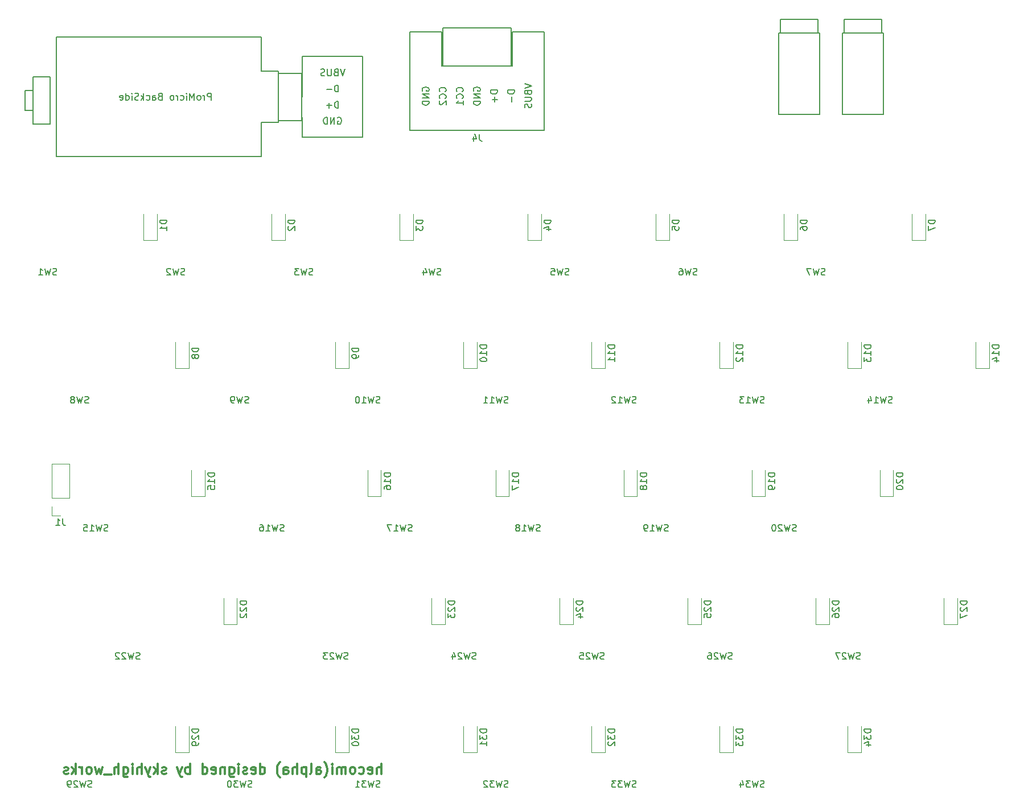
<source format=gbr>
G04 #@! TF.GenerationSoftware,KiCad,Pcbnew,(5.0.0)*
G04 #@! TF.CreationDate,2018-12-18T10:24:29+09:00*
G04 #@! TF.ProjectId,hecomi,6865636F6D692E6B696361645F706362,rev?*
G04 #@! TF.SameCoordinates,Original*
G04 #@! TF.FileFunction,Legend,Bot*
G04 #@! TF.FilePolarity,Positive*
%FSLAX46Y46*%
G04 Gerber Fmt 4.6, Leading zero omitted, Abs format (unit mm)*
G04 Created by KiCad (PCBNEW (5.0.0)) date 12/18/18 10:24:29*
%MOMM*%
%LPD*%
G01*
G04 APERTURE LIST*
%ADD10C,0.300000*%
%ADD11C,0.150000*%
%ADD12C,0.120000*%
G04 APERTURE END LIST*
D10*
X80721928Y-100691071D02*
X80721928Y-99191071D01*
X80079071Y-100691071D02*
X80079071Y-99905357D01*
X80150500Y-99762500D01*
X80293357Y-99691071D01*
X80507642Y-99691071D01*
X80650500Y-99762500D01*
X80721928Y-99833928D01*
X78793357Y-100619642D02*
X78936214Y-100691071D01*
X79221928Y-100691071D01*
X79364785Y-100619642D01*
X79436214Y-100476785D01*
X79436214Y-99905357D01*
X79364785Y-99762500D01*
X79221928Y-99691071D01*
X78936214Y-99691071D01*
X78793357Y-99762500D01*
X78721928Y-99905357D01*
X78721928Y-100048214D01*
X79436214Y-100191071D01*
X77436214Y-100619642D02*
X77579071Y-100691071D01*
X77864785Y-100691071D01*
X78007642Y-100619642D01*
X78079071Y-100548214D01*
X78150500Y-100405357D01*
X78150500Y-99976785D01*
X78079071Y-99833928D01*
X78007642Y-99762500D01*
X77864785Y-99691071D01*
X77579071Y-99691071D01*
X77436214Y-99762500D01*
X76579071Y-100691071D02*
X76721928Y-100619642D01*
X76793357Y-100548214D01*
X76864785Y-100405357D01*
X76864785Y-99976785D01*
X76793357Y-99833928D01*
X76721928Y-99762500D01*
X76579071Y-99691071D01*
X76364785Y-99691071D01*
X76221928Y-99762500D01*
X76150500Y-99833928D01*
X76079071Y-99976785D01*
X76079071Y-100405357D01*
X76150500Y-100548214D01*
X76221928Y-100619642D01*
X76364785Y-100691071D01*
X76579071Y-100691071D01*
X75436214Y-100691071D02*
X75436214Y-99691071D01*
X75436214Y-99833928D02*
X75364785Y-99762500D01*
X75221928Y-99691071D01*
X75007642Y-99691071D01*
X74864785Y-99762500D01*
X74793357Y-99905357D01*
X74793357Y-100691071D01*
X74793357Y-99905357D02*
X74721928Y-99762500D01*
X74579071Y-99691071D01*
X74364785Y-99691071D01*
X74221928Y-99762500D01*
X74150500Y-99905357D01*
X74150500Y-100691071D01*
X73436214Y-100691071D02*
X73436214Y-99691071D01*
X73436214Y-99191071D02*
X73507642Y-99262500D01*
X73436214Y-99333928D01*
X73364785Y-99262500D01*
X73436214Y-99191071D01*
X73436214Y-99333928D01*
X72293357Y-101262500D02*
X72364785Y-101191071D01*
X72507642Y-100976785D01*
X72579071Y-100833928D01*
X72650500Y-100619642D01*
X72721928Y-100262500D01*
X72721928Y-99976785D01*
X72650500Y-99619642D01*
X72579071Y-99405357D01*
X72507642Y-99262500D01*
X72364785Y-99048214D01*
X72293357Y-98976785D01*
X71079071Y-100691071D02*
X71079071Y-99905357D01*
X71150500Y-99762500D01*
X71293357Y-99691071D01*
X71579071Y-99691071D01*
X71721928Y-99762500D01*
X71079071Y-100619642D02*
X71221928Y-100691071D01*
X71579071Y-100691071D01*
X71721928Y-100619642D01*
X71793357Y-100476785D01*
X71793357Y-100333928D01*
X71721928Y-100191071D01*
X71579071Y-100119642D01*
X71221928Y-100119642D01*
X71079071Y-100048214D01*
X70150500Y-100691071D02*
X70293357Y-100619642D01*
X70364785Y-100476785D01*
X70364785Y-99191071D01*
X69579071Y-99691071D02*
X69579071Y-101191071D01*
X69579071Y-99762500D02*
X69436214Y-99691071D01*
X69150500Y-99691071D01*
X69007642Y-99762500D01*
X68936214Y-99833928D01*
X68864785Y-99976785D01*
X68864785Y-100405357D01*
X68936214Y-100548214D01*
X69007642Y-100619642D01*
X69150500Y-100691071D01*
X69436214Y-100691071D01*
X69579071Y-100619642D01*
X68221928Y-100691071D02*
X68221928Y-99191071D01*
X67579071Y-100691071D02*
X67579071Y-99905357D01*
X67650500Y-99762500D01*
X67793357Y-99691071D01*
X68007642Y-99691071D01*
X68150500Y-99762500D01*
X68221928Y-99833928D01*
X66221928Y-100691071D02*
X66221928Y-99905357D01*
X66293357Y-99762500D01*
X66436214Y-99691071D01*
X66721928Y-99691071D01*
X66864785Y-99762500D01*
X66221928Y-100619642D02*
X66364785Y-100691071D01*
X66721928Y-100691071D01*
X66864785Y-100619642D01*
X66936214Y-100476785D01*
X66936214Y-100333928D01*
X66864785Y-100191071D01*
X66721928Y-100119642D01*
X66364785Y-100119642D01*
X66221928Y-100048214D01*
X65650500Y-101262500D02*
X65579071Y-101191071D01*
X65436214Y-100976785D01*
X65364785Y-100833928D01*
X65293357Y-100619642D01*
X65221928Y-100262500D01*
X65221928Y-99976785D01*
X65293357Y-99619642D01*
X65364785Y-99405357D01*
X65436214Y-99262500D01*
X65579071Y-99048214D01*
X65650500Y-98976785D01*
X62721928Y-100691071D02*
X62721928Y-99191071D01*
X62721928Y-100619642D02*
X62864785Y-100691071D01*
X63150500Y-100691071D01*
X63293357Y-100619642D01*
X63364785Y-100548214D01*
X63436214Y-100405357D01*
X63436214Y-99976785D01*
X63364785Y-99833928D01*
X63293357Y-99762500D01*
X63150500Y-99691071D01*
X62864785Y-99691071D01*
X62721928Y-99762500D01*
X61436214Y-100619642D02*
X61579071Y-100691071D01*
X61864785Y-100691071D01*
X62007642Y-100619642D01*
X62079071Y-100476785D01*
X62079071Y-99905357D01*
X62007642Y-99762500D01*
X61864785Y-99691071D01*
X61579071Y-99691071D01*
X61436214Y-99762500D01*
X61364785Y-99905357D01*
X61364785Y-100048214D01*
X62079071Y-100191071D01*
X60793357Y-100619642D02*
X60650500Y-100691071D01*
X60364785Y-100691071D01*
X60221928Y-100619642D01*
X60150500Y-100476785D01*
X60150500Y-100405357D01*
X60221928Y-100262500D01*
X60364785Y-100191071D01*
X60579071Y-100191071D01*
X60721928Y-100119642D01*
X60793357Y-99976785D01*
X60793357Y-99905357D01*
X60721928Y-99762500D01*
X60579071Y-99691071D01*
X60364785Y-99691071D01*
X60221928Y-99762500D01*
X59507642Y-100691071D02*
X59507642Y-99691071D01*
X59507642Y-99191071D02*
X59579071Y-99262500D01*
X59507642Y-99333928D01*
X59436214Y-99262500D01*
X59507642Y-99191071D01*
X59507642Y-99333928D01*
X58150500Y-99691071D02*
X58150500Y-100905357D01*
X58221928Y-101048214D01*
X58293357Y-101119642D01*
X58436214Y-101191071D01*
X58650500Y-101191071D01*
X58793357Y-101119642D01*
X58150500Y-100619642D02*
X58293357Y-100691071D01*
X58579071Y-100691071D01*
X58721928Y-100619642D01*
X58793357Y-100548214D01*
X58864785Y-100405357D01*
X58864785Y-99976785D01*
X58793357Y-99833928D01*
X58721928Y-99762500D01*
X58579071Y-99691071D01*
X58293357Y-99691071D01*
X58150500Y-99762500D01*
X57436214Y-99691071D02*
X57436214Y-100691071D01*
X57436214Y-99833928D02*
X57364785Y-99762500D01*
X57221928Y-99691071D01*
X57007642Y-99691071D01*
X56864785Y-99762500D01*
X56793357Y-99905357D01*
X56793357Y-100691071D01*
X55507642Y-100619642D02*
X55650500Y-100691071D01*
X55936214Y-100691071D01*
X56079071Y-100619642D01*
X56150500Y-100476785D01*
X56150500Y-99905357D01*
X56079071Y-99762500D01*
X55936214Y-99691071D01*
X55650500Y-99691071D01*
X55507642Y-99762500D01*
X55436214Y-99905357D01*
X55436214Y-100048214D01*
X56150500Y-100191071D01*
X54150500Y-100691071D02*
X54150500Y-99191071D01*
X54150500Y-100619642D02*
X54293357Y-100691071D01*
X54579071Y-100691071D01*
X54721928Y-100619642D01*
X54793357Y-100548214D01*
X54864785Y-100405357D01*
X54864785Y-99976785D01*
X54793357Y-99833928D01*
X54721928Y-99762500D01*
X54579071Y-99691071D01*
X54293357Y-99691071D01*
X54150500Y-99762500D01*
X52293357Y-100691071D02*
X52293357Y-99191071D01*
X52293357Y-99762500D02*
X52150500Y-99691071D01*
X51864785Y-99691071D01*
X51721928Y-99762500D01*
X51650500Y-99833928D01*
X51579071Y-99976785D01*
X51579071Y-100405357D01*
X51650500Y-100548214D01*
X51721928Y-100619642D01*
X51864785Y-100691071D01*
X52150500Y-100691071D01*
X52293357Y-100619642D01*
X51079071Y-99691071D02*
X50721928Y-100691071D01*
X50364785Y-99691071D02*
X50721928Y-100691071D01*
X50864785Y-101048214D01*
X50936214Y-101119642D01*
X51079071Y-101191071D01*
X48721928Y-100619642D02*
X48579071Y-100691071D01*
X48293357Y-100691071D01*
X48150500Y-100619642D01*
X48079071Y-100476785D01*
X48079071Y-100405357D01*
X48150500Y-100262500D01*
X48293357Y-100191071D01*
X48507642Y-100191071D01*
X48650500Y-100119642D01*
X48721928Y-99976785D01*
X48721928Y-99905357D01*
X48650500Y-99762500D01*
X48507642Y-99691071D01*
X48293357Y-99691071D01*
X48150500Y-99762500D01*
X47436214Y-100691071D02*
X47436214Y-99191071D01*
X47293357Y-100119642D02*
X46864785Y-100691071D01*
X46864785Y-99691071D02*
X47436214Y-100262500D01*
X46364785Y-99691071D02*
X46007642Y-100691071D01*
X45650500Y-99691071D02*
X46007642Y-100691071D01*
X46150500Y-101048214D01*
X46221928Y-101119642D01*
X46364785Y-101191071D01*
X45079071Y-100691071D02*
X45079071Y-99191071D01*
X44436214Y-100691071D02*
X44436214Y-99905357D01*
X44507642Y-99762500D01*
X44650500Y-99691071D01*
X44864785Y-99691071D01*
X45007642Y-99762500D01*
X45079071Y-99833928D01*
X43721928Y-100691071D02*
X43721928Y-99691071D01*
X43721928Y-99191071D02*
X43793357Y-99262500D01*
X43721928Y-99333928D01*
X43650500Y-99262500D01*
X43721928Y-99191071D01*
X43721928Y-99333928D01*
X42364785Y-99691071D02*
X42364785Y-100905357D01*
X42436214Y-101048214D01*
X42507642Y-101119642D01*
X42650500Y-101191071D01*
X42864785Y-101191071D01*
X43007642Y-101119642D01*
X42364785Y-100619642D02*
X42507642Y-100691071D01*
X42793357Y-100691071D01*
X42936214Y-100619642D01*
X43007642Y-100548214D01*
X43079071Y-100405357D01*
X43079071Y-99976785D01*
X43007642Y-99833928D01*
X42936214Y-99762500D01*
X42793357Y-99691071D01*
X42507642Y-99691071D01*
X42364785Y-99762500D01*
X41650500Y-100691071D02*
X41650500Y-99191071D01*
X41007642Y-100691071D02*
X41007642Y-99905357D01*
X41079071Y-99762500D01*
X41221928Y-99691071D01*
X41436214Y-99691071D01*
X41579071Y-99762500D01*
X41650500Y-99833928D01*
X40650500Y-100833928D02*
X39507642Y-100833928D01*
X39293357Y-99691071D02*
X39007642Y-100691071D01*
X38721928Y-99976785D01*
X38436214Y-100691071D01*
X38150500Y-99691071D01*
X37364785Y-100691071D02*
X37507642Y-100619642D01*
X37579071Y-100548214D01*
X37650500Y-100405357D01*
X37650500Y-99976785D01*
X37579071Y-99833928D01*
X37507642Y-99762500D01*
X37364785Y-99691071D01*
X37150500Y-99691071D01*
X37007642Y-99762500D01*
X36936214Y-99833928D01*
X36864785Y-99976785D01*
X36864785Y-100405357D01*
X36936214Y-100548214D01*
X37007642Y-100619642D01*
X37150500Y-100691071D01*
X37364785Y-100691071D01*
X36221928Y-100691071D02*
X36221928Y-99691071D01*
X36221928Y-99976785D02*
X36150500Y-99833928D01*
X36079071Y-99762500D01*
X35936214Y-99691071D01*
X35793357Y-99691071D01*
X35293357Y-100691071D02*
X35293357Y-99191071D01*
X35150500Y-100119642D02*
X34721928Y-100691071D01*
X34721928Y-99691071D02*
X35293357Y-100262500D01*
X34150500Y-100619642D02*
X34007642Y-100691071D01*
X33721928Y-100691071D01*
X33579071Y-100619642D01*
X33507642Y-100476785D01*
X33507642Y-100405357D01*
X33579071Y-100262500D01*
X33721928Y-100191071D01*
X33936214Y-100191071D01*
X34079071Y-100119642D01*
X34150500Y-99976785D01*
X34150500Y-99905357D01*
X34079071Y-99762500D01*
X33936214Y-99691071D01*
X33721928Y-99691071D01*
X33579071Y-99762500D01*
D11*
G04 #@! TO.C,J2*
X149600000Y11525000D02*
X155200000Y11525000D01*
X155200000Y9525000D02*
X155200000Y11525000D01*
X149600000Y9525000D02*
X149600000Y11525000D01*
X155450000Y9525000D02*
X155450000Y-2575000D01*
X149350000Y9525000D02*
X149350000Y-2575000D01*
X149350000Y-2575000D02*
X155450000Y-2575000D01*
X149350000Y9525000D02*
X155450000Y9525000D01*
G04 #@! TO.C,J3*
X140075000Y11525000D02*
X145675000Y11525000D01*
X145675000Y9525000D02*
X145675000Y11525000D01*
X140075000Y9525000D02*
X140075000Y11525000D01*
X145925000Y9525000D02*
X145925000Y-2575000D01*
X139825000Y9525000D02*
X139825000Y-2575000D01*
X139825000Y-2575000D02*
X145925000Y-2575000D01*
X139825000Y9525000D02*
X145925000Y9525000D01*
D12*
G04 #@! TO.C,D1*
X47355000Y-21300000D02*
X47355000Y-17400000D01*
X45355000Y-21300000D02*
X45355000Y-17400000D01*
X47355000Y-21300000D02*
X45355000Y-21300000D01*
G04 #@! TO.C,D2*
X66405000Y-21300000D02*
X66405000Y-17400000D01*
X64405000Y-21300000D02*
X64405000Y-17400000D01*
X66405000Y-21300000D02*
X64405000Y-21300000D01*
G04 #@! TO.C,D3*
X85455000Y-21300000D02*
X85455000Y-17400000D01*
X83455000Y-21300000D02*
X83455000Y-17400000D01*
X85455000Y-21300000D02*
X83455000Y-21300000D01*
G04 #@! TO.C,D4*
X104505000Y-21300000D02*
X104505000Y-17400000D01*
X102505000Y-21300000D02*
X102505000Y-17400000D01*
X104505000Y-21300000D02*
X102505000Y-21300000D01*
G04 #@! TO.C,D5*
X123555000Y-21300000D02*
X123555000Y-17400000D01*
X121555000Y-21300000D02*
X121555000Y-17400000D01*
X123555000Y-21300000D02*
X121555000Y-21300000D01*
G04 #@! TO.C,D6*
X142605000Y-21300000D02*
X142605000Y-17400000D01*
X140605000Y-21300000D02*
X140605000Y-17400000D01*
X142605000Y-21300000D02*
X140605000Y-21300000D01*
G04 #@! TO.C,D7*
X161655000Y-21300000D02*
X161655000Y-17400000D01*
X159655000Y-21300000D02*
X159655000Y-17400000D01*
X161655000Y-21300000D02*
X159655000Y-21300000D01*
G04 #@! TO.C,D8*
X52117500Y-40350000D02*
X52117500Y-36450000D01*
X50117500Y-40350000D02*
X50117500Y-36450000D01*
X52117500Y-40350000D02*
X50117500Y-40350000D01*
G04 #@! TO.C,D9*
X75930000Y-40350000D02*
X75930000Y-36450000D01*
X73930000Y-40350000D02*
X73930000Y-36450000D01*
X75930000Y-40350000D02*
X73930000Y-40350000D01*
G04 #@! TO.C,D10*
X94980000Y-40350000D02*
X94980000Y-36450000D01*
X92980000Y-40350000D02*
X92980000Y-36450000D01*
X94980000Y-40350000D02*
X92980000Y-40350000D01*
G04 #@! TO.C,D11*
X114030000Y-40350000D02*
X114030000Y-36450000D01*
X112030000Y-40350000D02*
X112030000Y-36450000D01*
X114030000Y-40350000D02*
X112030000Y-40350000D01*
G04 #@! TO.C,D12*
X133080000Y-40350000D02*
X133080000Y-36450000D01*
X131080000Y-40350000D02*
X131080000Y-36450000D01*
X133080000Y-40350000D02*
X131080000Y-40350000D01*
G04 #@! TO.C,D13*
X152130000Y-40350000D02*
X152130000Y-36450000D01*
X150130000Y-40350000D02*
X150130000Y-36450000D01*
X152130000Y-40350000D02*
X150130000Y-40350000D01*
G04 #@! TO.C,D14*
X171180000Y-40350000D02*
X171180000Y-36450000D01*
X169180000Y-40350000D02*
X169180000Y-36450000D01*
X171180000Y-40350000D02*
X169180000Y-40350000D01*
G04 #@! TO.C,D15*
X54498800Y-59400000D02*
X54498800Y-55500000D01*
X52498800Y-59400000D02*
X52498800Y-55500000D01*
X54498800Y-59400000D02*
X52498800Y-59400000D01*
G04 #@! TO.C,D16*
X80692500Y-59400000D02*
X80692500Y-55500000D01*
X78692500Y-59400000D02*
X78692500Y-55500000D01*
X80692500Y-59400000D02*
X78692500Y-59400000D01*
G04 #@! TO.C,D17*
X99742500Y-59400000D02*
X99742500Y-55500000D01*
X97742500Y-59400000D02*
X97742500Y-55500000D01*
X99742500Y-59400000D02*
X97742500Y-59400000D01*
G04 #@! TO.C,D18*
X118792000Y-59400000D02*
X118792000Y-55500000D01*
X116792000Y-59400000D02*
X116792000Y-55500000D01*
X118792000Y-59400000D02*
X116792000Y-59400000D01*
G04 #@! TO.C,D19*
X137842000Y-59400000D02*
X137842000Y-55500000D01*
X135842000Y-59400000D02*
X135842000Y-55500000D01*
X137842000Y-59400000D02*
X135842000Y-59400000D01*
G04 #@! TO.C,D20*
X156892000Y-59400000D02*
X156892000Y-55500000D01*
X154892000Y-59400000D02*
X154892000Y-55500000D01*
X156892000Y-59400000D02*
X154892000Y-59400000D01*
G04 #@! TO.C,D22*
X59261200Y-78450000D02*
X59261200Y-74550000D01*
X57261200Y-78450000D02*
X57261200Y-74550000D01*
X59261200Y-78450000D02*
X57261200Y-78450000D01*
G04 #@! TO.C,D23*
X90217500Y-78450000D02*
X90217500Y-74550000D01*
X88217500Y-78450000D02*
X88217500Y-74550000D01*
X90217500Y-78450000D02*
X88217500Y-78450000D01*
G04 #@! TO.C,D24*
X109268000Y-78450000D02*
X109268000Y-74550000D01*
X107268000Y-78450000D02*
X107268000Y-74550000D01*
X109268000Y-78450000D02*
X107268000Y-78450000D01*
G04 #@! TO.C,D25*
X128318000Y-78450000D02*
X128318000Y-74550000D01*
X126318000Y-78450000D02*
X126318000Y-74550000D01*
X128318000Y-78450000D02*
X126318000Y-78450000D01*
G04 #@! TO.C,D26*
X147368000Y-78450000D02*
X147368000Y-74550000D01*
X145368000Y-78450000D02*
X145368000Y-74550000D01*
X147368000Y-78450000D02*
X145368000Y-78450000D01*
G04 #@! TO.C,D27*
X166418000Y-78450000D02*
X166418000Y-74550000D01*
X164418000Y-78450000D02*
X164418000Y-74550000D01*
X166418000Y-78450000D02*
X164418000Y-78450000D01*
G04 #@! TO.C,D29*
X52117500Y-97500000D02*
X52117500Y-93600000D01*
X50117500Y-97500000D02*
X50117500Y-93600000D01*
X52117500Y-97500000D02*
X50117500Y-97500000D01*
G04 #@! TO.C,D30*
X75930000Y-97500000D02*
X75930000Y-93600000D01*
X73930000Y-97500000D02*
X73930000Y-93600000D01*
X75930000Y-97500000D02*
X73930000Y-97500000D01*
G04 #@! TO.C,D31*
X94980000Y-97500000D02*
X94980000Y-93600000D01*
X92980000Y-97500000D02*
X92980000Y-93600000D01*
X94980000Y-97500000D02*
X92980000Y-97500000D01*
G04 #@! TO.C,D32*
X114030000Y-97500000D02*
X114030000Y-93600000D01*
X112030000Y-97500000D02*
X112030000Y-93600000D01*
X114030000Y-97500000D02*
X112030000Y-97500000D01*
G04 #@! TO.C,D33*
X133080000Y-97500000D02*
X133080000Y-93600000D01*
X131080000Y-97500000D02*
X131080000Y-93600000D01*
X133080000Y-97500000D02*
X131080000Y-97500000D01*
G04 #@! TO.C,D34*
X152130000Y-97500000D02*
X152130000Y-93600000D01*
X150130000Y-97500000D02*
X150130000Y-93600000D01*
X152130000Y-97500000D02*
X150130000Y-97500000D01*
G04 #@! TO.C,J1*
X31690000Y-62290000D02*
X33020000Y-62290000D01*
X31690000Y-60960000D02*
X31690000Y-62290000D01*
X31690000Y-59690000D02*
X34350000Y-59690000D01*
X34350000Y-59690000D02*
X34350000Y-54550000D01*
X31690000Y-59690000D02*
X31690000Y-54550000D01*
X31690000Y-54550000D02*
X34350000Y-54550000D01*
D11*
G04 #@! TO.C,SW36*
X27726000Y-2008000D02*
X28976000Y-2008000D01*
X27726000Y992000D02*
X27726000Y-2008000D01*
X28976000Y992000D02*
X27726000Y992000D01*
X28976000Y2992000D02*
X31476000Y2992000D01*
X28976000Y-4008000D02*
X28976000Y2992000D01*
X31476000Y-4008000D02*
X28976000Y-4008000D01*
X31476000Y-508000D02*
X31476000Y-4008000D01*
X31476000Y2992000D02*
X31476000Y-508000D01*
G04 #@! TO.C,J4*
X89916000Y10287000D02*
X100076000Y10287000D01*
X89916000Y4572000D02*
X89916000Y10287000D01*
X100076000Y4572000D02*
X89916000Y4572000D01*
X100076000Y10287000D02*
X100076000Y4572000D01*
X89756000Y4572000D02*
X92136000Y4572000D01*
X89756000Y9652000D02*
X89756000Y4572000D01*
X84996000Y9652000D02*
X89756000Y9652000D01*
X84996000Y4572000D02*
X84996000Y9652000D01*
X100236000Y4572000D02*
X90716000Y4572000D01*
X100236000Y9652000D02*
X100236000Y4572000D01*
X102616000Y9652000D02*
X100236000Y9652000D01*
X104996000Y9652000D02*
X102616000Y9652000D01*
X104996000Y9652000D02*
X104996000Y4572000D01*
X84996000Y4572000D02*
X84996000Y-3048000D01*
X104996000Y4572000D02*
X104996000Y-3048000D01*
X84996000Y-4948000D02*
X87376000Y-4948000D01*
X84996000Y-3048000D02*
X84996000Y-4948000D01*
X104996000Y-4948000D02*
X85956000Y-4948000D01*
X104996000Y-3048000D02*
X104996000Y-4948000D01*
G04 #@! TO.C,U1*
X68975000Y-6000000D02*
X68975000Y-3000000D01*
X77975000Y-6000000D02*
X68975000Y-6000000D01*
X77975000Y6000000D02*
X77975000Y-6000000D01*
X68975000Y6000000D02*
X77975000Y6000000D01*
X68975000Y0D02*
X68975000Y6000000D01*
X65405000Y-3500000D02*
X65405000Y0D01*
X68905000Y-3500000D02*
X65405000Y-3500000D01*
X68905000Y3500000D02*
X68905000Y-3500000D01*
X65405000Y3500000D02*
X68905000Y3500000D01*
X65405000Y0D02*
X65405000Y3500000D01*
X32385000Y-8890000D02*
X32385000Y8890000D01*
X32385000Y8890000D02*
X62865000Y8890000D01*
X62865000Y8890000D02*
X62865000Y3810000D01*
X62865000Y3810000D02*
X65405000Y3810000D01*
X65405000Y3810000D02*
X65405000Y-3810000D01*
X65405000Y-3810000D02*
X62865000Y-3810000D01*
X62865000Y-3810000D02*
X62865000Y-8890000D01*
X62865000Y-8890000D02*
X32385000Y-8890000D01*
G04 #@! TO.C,SW22*
X44815723Y-83604761D02*
X44672866Y-83652380D01*
X44434771Y-83652380D01*
X44339533Y-83604761D01*
X44291914Y-83557142D01*
X44244295Y-83461904D01*
X44244295Y-83366666D01*
X44291914Y-83271428D01*
X44339533Y-83223809D01*
X44434771Y-83176190D01*
X44625247Y-83128571D01*
X44720485Y-83080952D01*
X44768104Y-83033333D01*
X44815723Y-82938095D01*
X44815723Y-82842857D01*
X44768104Y-82747619D01*
X44720485Y-82700000D01*
X44625247Y-82652380D01*
X44387152Y-82652380D01*
X44244295Y-82700000D01*
X43910961Y-82652380D02*
X43672866Y-83652380D01*
X43482390Y-82938095D01*
X43291914Y-83652380D01*
X43053819Y-82652380D01*
X42720485Y-82747619D02*
X42672866Y-82700000D01*
X42577628Y-82652380D01*
X42339533Y-82652380D01*
X42244295Y-82700000D01*
X42196676Y-82747619D01*
X42149057Y-82842857D01*
X42149057Y-82938095D01*
X42196676Y-83080952D01*
X42768104Y-83652380D01*
X42149057Y-83652380D01*
X41768104Y-82747619D02*
X41720485Y-82700000D01*
X41625247Y-82652380D01*
X41387152Y-82652380D01*
X41291914Y-82700000D01*
X41244295Y-82747619D01*
X41196676Y-82842857D01*
X41196676Y-82938095D01*
X41244295Y-83080952D01*
X41815723Y-83652380D01*
X41196676Y-83652380D01*
G04 #@! TO.C,SW23*
X75772023Y-83604761D02*
X75629166Y-83652380D01*
X75391071Y-83652380D01*
X75295833Y-83604761D01*
X75248214Y-83557142D01*
X75200595Y-83461904D01*
X75200595Y-83366666D01*
X75248214Y-83271428D01*
X75295833Y-83223809D01*
X75391071Y-83176190D01*
X75581547Y-83128571D01*
X75676785Y-83080952D01*
X75724404Y-83033333D01*
X75772023Y-82938095D01*
X75772023Y-82842857D01*
X75724404Y-82747619D01*
X75676785Y-82700000D01*
X75581547Y-82652380D01*
X75343452Y-82652380D01*
X75200595Y-82700000D01*
X74867261Y-82652380D02*
X74629166Y-83652380D01*
X74438690Y-82938095D01*
X74248214Y-83652380D01*
X74010119Y-82652380D01*
X73676785Y-82747619D02*
X73629166Y-82700000D01*
X73533928Y-82652380D01*
X73295833Y-82652380D01*
X73200595Y-82700000D01*
X73152976Y-82747619D01*
X73105357Y-82842857D01*
X73105357Y-82938095D01*
X73152976Y-83080952D01*
X73724404Y-83652380D01*
X73105357Y-83652380D01*
X72772023Y-82652380D02*
X72152976Y-82652380D01*
X72486309Y-83033333D01*
X72343452Y-83033333D01*
X72248214Y-83080952D01*
X72200595Y-83128571D01*
X72152976Y-83223809D01*
X72152976Y-83461904D01*
X72200595Y-83557142D01*
X72248214Y-83604761D01*
X72343452Y-83652380D01*
X72629166Y-83652380D01*
X72724404Y-83604761D01*
X72772023Y-83557142D01*
G04 #@! TO.C,SW25*
X113871523Y-83604761D02*
X113728666Y-83652380D01*
X113490571Y-83652380D01*
X113395333Y-83604761D01*
X113347714Y-83557142D01*
X113300095Y-83461904D01*
X113300095Y-83366666D01*
X113347714Y-83271428D01*
X113395333Y-83223809D01*
X113490571Y-83176190D01*
X113681047Y-83128571D01*
X113776285Y-83080952D01*
X113823904Y-83033333D01*
X113871523Y-82938095D01*
X113871523Y-82842857D01*
X113823904Y-82747619D01*
X113776285Y-82700000D01*
X113681047Y-82652380D01*
X113442952Y-82652380D01*
X113300095Y-82700000D01*
X112966761Y-82652380D02*
X112728666Y-83652380D01*
X112538190Y-82938095D01*
X112347714Y-83652380D01*
X112109619Y-82652380D01*
X111776285Y-82747619D02*
X111728666Y-82700000D01*
X111633428Y-82652380D01*
X111395333Y-82652380D01*
X111300095Y-82700000D01*
X111252476Y-82747619D01*
X111204857Y-82842857D01*
X111204857Y-82938095D01*
X111252476Y-83080952D01*
X111823904Y-83652380D01*
X111204857Y-83652380D01*
X110300095Y-82652380D02*
X110776285Y-82652380D01*
X110823904Y-83128571D01*
X110776285Y-83080952D01*
X110681047Y-83033333D01*
X110442952Y-83033333D01*
X110347714Y-83080952D01*
X110300095Y-83128571D01*
X110252476Y-83223809D01*
X110252476Y-83461904D01*
X110300095Y-83557142D01*
X110347714Y-83604761D01*
X110442952Y-83652380D01*
X110681047Y-83652380D01*
X110776285Y-83604761D01*
X110823904Y-83557142D01*
G04 #@! TO.C,SW26*
X132921523Y-83604761D02*
X132778666Y-83652380D01*
X132540571Y-83652380D01*
X132445333Y-83604761D01*
X132397714Y-83557142D01*
X132350095Y-83461904D01*
X132350095Y-83366666D01*
X132397714Y-83271428D01*
X132445333Y-83223809D01*
X132540571Y-83176190D01*
X132731047Y-83128571D01*
X132826285Y-83080952D01*
X132873904Y-83033333D01*
X132921523Y-82938095D01*
X132921523Y-82842857D01*
X132873904Y-82747619D01*
X132826285Y-82700000D01*
X132731047Y-82652380D01*
X132492952Y-82652380D01*
X132350095Y-82700000D01*
X132016761Y-82652380D02*
X131778666Y-83652380D01*
X131588190Y-82938095D01*
X131397714Y-83652380D01*
X131159619Y-82652380D01*
X130826285Y-82747619D02*
X130778666Y-82700000D01*
X130683428Y-82652380D01*
X130445333Y-82652380D01*
X130350095Y-82700000D01*
X130302476Y-82747619D01*
X130254857Y-82842857D01*
X130254857Y-82938095D01*
X130302476Y-83080952D01*
X130873904Y-83652380D01*
X130254857Y-83652380D01*
X129397714Y-82652380D02*
X129588190Y-82652380D01*
X129683428Y-82700000D01*
X129731047Y-82747619D01*
X129826285Y-82890476D01*
X129873904Y-83080952D01*
X129873904Y-83461904D01*
X129826285Y-83557142D01*
X129778666Y-83604761D01*
X129683428Y-83652380D01*
X129492952Y-83652380D01*
X129397714Y-83604761D01*
X129350095Y-83557142D01*
X129302476Y-83461904D01*
X129302476Y-83223809D01*
X129350095Y-83128571D01*
X129397714Y-83080952D01*
X129492952Y-83033333D01*
X129683428Y-83033333D01*
X129778666Y-83080952D01*
X129826285Y-83128571D01*
X129873904Y-83223809D01*
G04 #@! TO.C,SW27*
X151971523Y-83604761D02*
X151828666Y-83652380D01*
X151590571Y-83652380D01*
X151495333Y-83604761D01*
X151447714Y-83557142D01*
X151400095Y-83461904D01*
X151400095Y-83366666D01*
X151447714Y-83271428D01*
X151495333Y-83223809D01*
X151590571Y-83176190D01*
X151781047Y-83128571D01*
X151876285Y-83080952D01*
X151923904Y-83033333D01*
X151971523Y-82938095D01*
X151971523Y-82842857D01*
X151923904Y-82747619D01*
X151876285Y-82700000D01*
X151781047Y-82652380D01*
X151542952Y-82652380D01*
X151400095Y-82700000D01*
X151066761Y-82652380D02*
X150828666Y-83652380D01*
X150638190Y-82938095D01*
X150447714Y-83652380D01*
X150209619Y-82652380D01*
X149876285Y-82747619D02*
X149828666Y-82700000D01*
X149733428Y-82652380D01*
X149495333Y-82652380D01*
X149400095Y-82700000D01*
X149352476Y-82747619D01*
X149304857Y-82842857D01*
X149304857Y-82938095D01*
X149352476Y-83080952D01*
X149923904Y-83652380D01*
X149304857Y-83652380D01*
X148971523Y-82652380D02*
X148304857Y-82652380D01*
X148733428Y-83652380D01*
G04 #@! TO.C,SW29*
X37672023Y-102654761D02*
X37529166Y-102702380D01*
X37291071Y-102702380D01*
X37195833Y-102654761D01*
X37148214Y-102607142D01*
X37100595Y-102511904D01*
X37100595Y-102416666D01*
X37148214Y-102321428D01*
X37195833Y-102273809D01*
X37291071Y-102226190D01*
X37481547Y-102178571D01*
X37576785Y-102130952D01*
X37624404Y-102083333D01*
X37672023Y-101988095D01*
X37672023Y-101892857D01*
X37624404Y-101797619D01*
X37576785Y-101750000D01*
X37481547Y-101702380D01*
X37243452Y-101702380D01*
X37100595Y-101750000D01*
X36767261Y-101702380D02*
X36529166Y-102702380D01*
X36338690Y-101988095D01*
X36148214Y-102702380D01*
X35910119Y-101702380D01*
X35576785Y-101797619D02*
X35529166Y-101750000D01*
X35433928Y-101702380D01*
X35195833Y-101702380D01*
X35100595Y-101750000D01*
X35052976Y-101797619D01*
X35005357Y-101892857D01*
X35005357Y-101988095D01*
X35052976Y-102130952D01*
X35624404Y-102702380D01*
X35005357Y-102702380D01*
X34529166Y-102702380D02*
X34338690Y-102702380D01*
X34243452Y-102654761D01*
X34195833Y-102607142D01*
X34100595Y-102464285D01*
X34052976Y-102273809D01*
X34052976Y-101892857D01*
X34100595Y-101797619D01*
X34148214Y-101750000D01*
X34243452Y-101702380D01*
X34433928Y-101702380D01*
X34529166Y-101750000D01*
X34576785Y-101797619D01*
X34624404Y-101892857D01*
X34624404Y-102130952D01*
X34576785Y-102226190D01*
X34529166Y-102273809D01*
X34433928Y-102321428D01*
X34243452Y-102321428D01*
X34148214Y-102273809D01*
X34100595Y-102226190D01*
X34052976Y-102130952D01*
G04 #@! TO.C,SW30*
X61484523Y-102654761D02*
X61341666Y-102702380D01*
X61103571Y-102702380D01*
X61008333Y-102654761D01*
X60960714Y-102607142D01*
X60913095Y-102511904D01*
X60913095Y-102416666D01*
X60960714Y-102321428D01*
X61008333Y-102273809D01*
X61103571Y-102226190D01*
X61294047Y-102178571D01*
X61389285Y-102130952D01*
X61436904Y-102083333D01*
X61484523Y-101988095D01*
X61484523Y-101892857D01*
X61436904Y-101797619D01*
X61389285Y-101750000D01*
X61294047Y-101702380D01*
X61055952Y-101702380D01*
X60913095Y-101750000D01*
X60579761Y-101702380D02*
X60341666Y-102702380D01*
X60151190Y-101988095D01*
X59960714Y-102702380D01*
X59722619Y-101702380D01*
X59436904Y-101702380D02*
X58817857Y-101702380D01*
X59151190Y-102083333D01*
X59008333Y-102083333D01*
X58913095Y-102130952D01*
X58865476Y-102178571D01*
X58817857Y-102273809D01*
X58817857Y-102511904D01*
X58865476Y-102607142D01*
X58913095Y-102654761D01*
X59008333Y-102702380D01*
X59294047Y-102702380D01*
X59389285Y-102654761D01*
X59436904Y-102607142D01*
X58198809Y-101702380D02*
X58103571Y-101702380D01*
X58008333Y-101750000D01*
X57960714Y-101797619D01*
X57913095Y-101892857D01*
X57865476Y-102083333D01*
X57865476Y-102321428D01*
X57913095Y-102511904D01*
X57960714Y-102607142D01*
X58008333Y-102654761D01*
X58103571Y-102702380D01*
X58198809Y-102702380D01*
X58294047Y-102654761D01*
X58341666Y-102607142D01*
X58389285Y-102511904D01*
X58436904Y-102321428D01*
X58436904Y-102083333D01*
X58389285Y-101892857D01*
X58341666Y-101797619D01*
X58294047Y-101750000D01*
X58198809Y-101702380D01*
G04 #@! TO.C,SW32*
X99584523Y-102654761D02*
X99441666Y-102702380D01*
X99203571Y-102702380D01*
X99108333Y-102654761D01*
X99060714Y-102607142D01*
X99013095Y-102511904D01*
X99013095Y-102416666D01*
X99060714Y-102321428D01*
X99108333Y-102273809D01*
X99203571Y-102226190D01*
X99394047Y-102178571D01*
X99489285Y-102130952D01*
X99536904Y-102083333D01*
X99584523Y-101988095D01*
X99584523Y-101892857D01*
X99536904Y-101797619D01*
X99489285Y-101750000D01*
X99394047Y-101702380D01*
X99155952Y-101702380D01*
X99013095Y-101750000D01*
X98679761Y-101702380D02*
X98441666Y-102702380D01*
X98251190Y-101988095D01*
X98060714Y-102702380D01*
X97822619Y-101702380D01*
X97536904Y-101702380D02*
X96917857Y-101702380D01*
X97251190Y-102083333D01*
X97108333Y-102083333D01*
X97013095Y-102130952D01*
X96965476Y-102178571D01*
X96917857Y-102273809D01*
X96917857Y-102511904D01*
X96965476Y-102607142D01*
X97013095Y-102654761D01*
X97108333Y-102702380D01*
X97394047Y-102702380D01*
X97489285Y-102654761D01*
X97536904Y-102607142D01*
X96536904Y-101797619D02*
X96489285Y-101750000D01*
X96394047Y-101702380D01*
X96155952Y-101702380D01*
X96060714Y-101750000D01*
X96013095Y-101797619D01*
X95965476Y-101892857D01*
X95965476Y-101988095D01*
X96013095Y-102130952D01*
X96584523Y-102702380D01*
X95965476Y-102702380D01*
G04 #@! TO.C,SW33*
X118634523Y-102654761D02*
X118491666Y-102702380D01*
X118253571Y-102702380D01*
X118158333Y-102654761D01*
X118110714Y-102607142D01*
X118063095Y-102511904D01*
X118063095Y-102416666D01*
X118110714Y-102321428D01*
X118158333Y-102273809D01*
X118253571Y-102226190D01*
X118444047Y-102178571D01*
X118539285Y-102130952D01*
X118586904Y-102083333D01*
X118634523Y-101988095D01*
X118634523Y-101892857D01*
X118586904Y-101797619D01*
X118539285Y-101750000D01*
X118444047Y-101702380D01*
X118205952Y-101702380D01*
X118063095Y-101750000D01*
X117729761Y-101702380D02*
X117491666Y-102702380D01*
X117301190Y-101988095D01*
X117110714Y-102702380D01*
X116872619Y-101702380D01*
X116586904Y-101702380D02*
X115967857Y-101702380D01*
X116301190Y-102083333D01*
X116158333Y-102083333D01*
X116063095Y-102130952D01*
X116015476Y-102178571D01*
X115967857Y-102273809D01*
X115967857Y-102511904D01*
X116015476Y-102607142D01*
X116063095Y-102654761D01*
X116158333Y-102702380D01*
X116444047Y-102702380D01*
X116539285Y-102654761D01*
X116586904Y-102607142D01*
X115634523Y-101702380D02*
X115015476Y-101702380D01*
X115348809Y-102083333D01*
X115205952Y-102083333D01*
X115110714Y-102130952D01*
X115063095Y-102178571D01*
X115015476Y-102273809D01*
X115015476Y-102511904D01*
X115063095Y-102607142D01*
X115110714Y-102654761D01*
X115205952Y-102702380D01*
X115491666Y-102702380D01*
X115586904Y-102654761D01*
X115634523Y-102607142D01*
G04 #@! TO.C,SW34*
X137684523Y-102654761D02*
X137541666Y-102702380D01*
X137303571Y-102702380D01*
X137208333Y-102654761D01*
X137160714Y-102607142D01*
X137113095Y-102511904D01*
X137113095Y-102416666D01*
X137160714Y-102321428D01*
X137208333Y-102273809D01*
X137303571Y-102226190D01*
X137494047Y-102178571D01*
X137589285Y-102130952D01*
X137636904Y-102083333D01*
X137684523Y-101988095D01*
X137684523Y-101892857D01*
X137636904Y-101797619D01*
X137589285Y-101750000D01*
X137494047Y-101702380D01*
X137255952Y-101702380D01*
X137113095Y-101750000D01*
X136779761Y-101702380D02*
X136541666Y-102702380D01*
X136351190Y-101988095D01*
X136160714Y-102702380D01*
X135922619Y-101702380D01*
X135636904Y-101702380D02*
X135017857Y-101702380D01*
X135351190Y-102083333D01*
X135208333Y-102083333D01*
X135113095Y-102130952D01*
X135065476Y-102178571D01*
X135017857Y-102273809D01*
X135017857Y-102511904D01*
X135065476Y-102607142D01*
X135113095Y-102654761D01*
X135208333Y-102702380D01*
X135494047Y-102702380D01*
X135589285Y-102654761D01*
X135636904Y-102607142D01*
X134160714Y-102035714D02*
X134160714Y-102702380D01*
X134398809Y-101654761D02*
X134636904Y-102369047D01*
X134017857Y-102369047D01*
G04 #@! TO.C,SW20*
X142447523Y-64554761D02*
X142304666Y-64602380D01*
X142066571Y-64602380D01*
X141971333Y-64554761D01*
X141923714Y-64507142D01*
X141876095Y-64411904D01*
X141876095Y-64316666D01*
X141923714Y-64221428D01*
X141971333Y-64173809D01*
X142066571Y-64126190D01*
X142257047Y-64078571D01*
X142352285Y-64030952D01*
X142399904Y-63983333D01*
X142447523Y-63888095D01*
X142447523Y-63792857D01*
X142399904Y-63697619D01*
X142352285Y-63650000D01*
X142257047Y-63602380D01*
X142018952Y-63602380D01*
X141876095Y-63650000D01*
X141542761Y-63602380D02*
X141304666Y-64602380D01*
X141114190Y-63888095D01*
X140923714Y-64602380D01*
X140685619Y-63602380D01*
X140352285Y-63697619D02*
X140304666Y-63650000D01*
X140209428Y-63602380D01*
X139971333Y-63602380D01*
X139876095Y-63650000D01*
X139828476Y-63697619D01*
X139780857Y-63792857D01*
X139780857Y-63888095D01*
X139828476Y-64030952D01*
X140399904Y-64602380D01*
X139780857Y-64602380D01*
X139161809Y-63602380D02*
X139066571Y-63602380D01*
X138971333Y-63650000D01*
X138923714Y-63697619D01*
X138876095Y-63792857D01*
X138828476Y-63983333D01*
X138828476Y-64221428D01*
X138876095Y-64411904D01*
X138923714Y-64507142D01*
X138971333Y-64554761D01*
X139066571Y-64602380D01*
X139161809Y-64602380D01*
X139257047Y-64554761D01*
X139304666Y-64507142D01*
X139352285Y-64411904D01*
X139399904Y-64221428D01*
X139399904Y-63983333D01*
X139352285Y-63792857D01*
X139304666Y-63697619D01*
X139257047Y-63650000D01*
X139161809Y-63602380D01*
G04 #@! TO.C,SW24*
X94821523Y-83604761D02*
X94678666Y-83652380D01*
X94440571Y-83652380D01*
X94345333Y-83604761D01*
X94297714Y-83557142D01*
X94250095Y-83461904D01*
X94250095Y-83366666D01*
X94297714Y-83271428D01*
X94345333Y-83223809D01*
X94440571Y-83176190D01*
X94631047Y-83128571D01*
X94726285Y-83080952D01*
X94773904Y-83033333D01*
X94821523Y-82938095D01*
X94821523Y-82842857D01*
X94773904Y-82747619D01*
X94726285Y-82700000D01*
X94631047Y-82652380D01*
X94392952Y-82652380D01*
X94250095Y-82700000D01*
X93916761Y-82652380D02*
X93678666Y-83652380D01*
X93488190Y-82938095D01*
X93297714Y-83652380D01*
X93059619Y-82652380D01*
X92726285Y-82747619D02*
X92678666Y-82700000D01*
X92583428Y-82652380D01*
X92345333Y-82652380D01*
X92250095Y-82700000D01*
X92202476Y-82747619D01*
X92154857Y-82842857D01*
X92154857Y-82938095D01*
X92202476Y-83080952D01*
X92773904Y-83652380D01*
X92154857Y-83652380D01*
X91297714Y-82985714D02*
X91297714Y-83652380D01*
X91535809Y-82604761D02*
X91773904Y-83319047D01*
X91154857Y-83319047D01*
G04 #@! TO.C,SW2*
X51483333Y-26454761D02*
X51340476Y-26502380D01*
X51102380Y-26502380D01*
X51007142Y-26454761D01*
X50959523Y-26407142D01*
X50911904Y-26311904D01*
X50911904Y-26216666D01*
X50959523Y-26121428D01*
X51007142Y-26073809D01*
X51102380Y-26026190D01*
X51292857Y-25978571D01*
X51388095Y-25930952D01*
X51435714Y-25883333D01*
X51483333Y-25788095D01*
X51483333Y-25692857D01*
X51435714Y-25597619D01*
X51388095Y-25550000D01*
X51292857Y-25502380D01*
X51054761Y-25502380D01*
X50911904Y-25550000D01*
X50578571Y-25502380D02*
X50340476Y-26502380D01*
X50150000Y-25788095D01*
X49959523Y-26502380D01*
X49721428Y-25502380D01*
X49388095Y-25597619D02*
X49340476Y-25550000D01*
X49245238Y-25502380D01*
X49007142Y-25502380D01*
X48911904Y-25550000D01*
X48864285Y-25597619D01*
X48816666Y-25692857D01*
X48816666Y-25788095D01*
X48864285Y-25930952D01*
X49435714Y-26502380D01*
X48816666Y-26502380D01*
G04 #@! TO.C,SW12*
X118634523Y-45504761D02*
X118491666Y-45552380D01*
X118253571Y-45552380D01*
X118158333Y-45504761D01*
X118110714Y-45457142D01*
X118063095Y-45361904D01*
X118063095Y-45266666D01*
X118110714Y-45171428D01*
X118158333Y-45123809D01*
X118253571Y-45076190D01*
X118444047Y-45028571D01*
X118539285Y-44980952D01*
X118586904Y-44933333D01*
X118634523Y-44838095D01*
X118634523Y-44742857D01*
X118586904Y-44647619D01*
X118539285Y-44600000D01*
X118444047Y-44552380D01*
X118205952Y-44552380D01*
X118063095Y-44600000D01*
X117729761Y-44552380D02*
X117491666Y-45552380D01*
X117301190Y-44838095D01*
X117110714Y-45552380D01*
X116872619Y-44552380D01*
X115967857Y-45552380D02*
X116539285Y-45552380D01*
X116253571Y-45552380D02*
X116253571Y-44552380D01*
X116348809Y-44695238D01*
X116444047Y-44790476D01*
X116539285Y-44838095D01*
X115586904Y-44647619D02*
X115539285Y-44600000D01*
X115444047Y-44552380D01*
X115205952Y-44552380D01*
X115110714Y-44600000D01*
X115063095Y-44647619D01*
X115015476Y-44742857D01*
X115015476Y-44838095D01*
X115063095Y-44980952D01*
X115634523Y-45552380D01*
X115015476Y-45552380D01*
G04 #@! TO.C,SW31*
X80534523Y-102654761D02*
X80391666Y-102702380D01*
X80153571Y-102702380D01*
X80058333Y-102654761D01*
X80010714Y-102607142D01*
X79963095Y-102511904D01*
X79963095Y-102416666D01*
X80010714Y-102321428D01*
X80058333Y-102273809D01*
X80153571Y-102226190D01*
X80344047Y-102178571D01*
X80439285Y-102130952D01*
X80486904Y-102083333D01*
X80534523Y-101988095D01*
X80534523Y-101892857D01*
X80486904Y-101797619D01*
X80439285Y-101750000D01*
X80344047Y-101702380D01*
X80105952Y-101702380D01*
X79963095Y-101750000D01*
X79629761Y-101702380D02*
X79391666Y-102702380D01*
X79201190Y-101988095D01*
X79010714Y-102702380D01*
X78772619Y-101702380D01*
X78486904Y-101702380D02*
X77867857Y-101702380D01*
X78201190Y-102083333D01*
X78058333Y-102083333D01*
X77963095Y-102130952D01*
X77915476Y-102178571D01*
X77867857Y-102273809D01*
X77867857Y-102511904D01*
X77915476Y-102607142D01*
X77963095Y-102654761D01*
X78058333Y-102702380D01*
X78344047Y-102702380D01*
X78439285Y-102654761D01*
X78486904Y-102607142D01*
X76915476Y-102702380D02*
X77486904Y-102702380D01*
X77201190Y-102702380D02*
X77201190Y-101702380D01*
X77296428Y-101845238D01*
X77391666Y-101940476D01*
X77486904Y-101988095D01*
G04 #@! TO.C,SW3*
X70533333Y-26454761D02*
X70390476Y-26502380D01*
X70152380Y-26502380D01*
X70057142Y-26454761D01*
X70009523Y-26407142D01*
X69961904Y-26311904D01*
X69961904Y-26216666D01*
X70009523Y-26121428D01*
X70057142Y-26073809D01*
X70152380Y-26026190D01*
X70342857Y-25978571D01*
X70438095Y-25930952D01*
X70485714Y-25883333D01*
X70533333Y-25788095D01*
X70533333Y-25692857D01*
X70485714Y-25597619D01*
X70438095Y-25550000D01*
X70342857Y-25502380D01*
X70104761Y-25502380D01*
X69961904Y-25550000D01*
X69628571Y-25502380D02*
X69390476Y-26502380D01*
X69200000Y-25788095D01*
X69009523Y-26502380D01*
X68771428Y-25502380D01*
X68485714Y-25502380D02*
X67866666Y-25502380D01*
X68200000Y-25883333D01*
X68057142Y-25883333D01*
X67961904Y-25930952D01*
X67914285Y-25978571D01*
X67866666Y-26073809D01*
X67866666Y-26311904D01*
X67914285Y-26407142D01*
X67961904Y-26454761D01*
X68057142Y-26502380D01*
X68342857Y-26502380D01*
X68438095Y-26454761D01*
X68485714Y-26407142D01*
G04 #@! TO.C,SW4*
X89583333Y-26454761D02*
X89440476Y-26502380D01*
X89202380Y-26502380D01*
X89107142Y-26454761D01*
X89059523Y-26407142D01*
X89011904Y-26311904D01*
X89011904Y-26216666D01*
X89059523Y-26121428D01*
X89107142Y-26073809D01*
X89202380Y-26026190D01*
X89392857Y-25978571D01*
X89488095Y-25930952D01*
X89535714Y-25883333D01*
X89583333Y-25788095D01*
X89583333Y-25692857D01*
X89535714Y-25597619D01*
X89488095Y-25550000D01*
X89392857Y-25502380D01*
X89154761Y-25502380D01*
X89011904Y-25550000D01*
X88678571Y-25502380D02*
X88440476Y-26502380D01*
X88250000Y-25788095D01*
X88059523Y-26502380D01*
X87821428Y-25502380D01*
X87011904Y-25835714D02*
X87011904Y-26502380D01*
X87250000Y-25454761D02*
X87488095Y-26169047D01*
X86869047Y-26169047D01*
G04 #@! TO.C,SW5*
X108633333Y-26454761D02*
X108490476Y-26502380D01*
X108252380Y-26502380D01*
X108157142Y-26454761D01*
X108109523Y-26407142D01*
X108061904Y-26311904D01*
X108061904Y-26216666D01*
X108109523Y-26121428D01*
X108157142Y-26073809D01*
X108252380Y-26026190D01*
X108442857Y-25978571D01*
X108538095Y-25930952D01*
X108585714Y-25883333D01*
X108633333Y-25788095D01*
X108633333Y-25692857D01*
X108585714Y-25597619D01*
X108538095Y-25550000D01*
X108442857Y-25502380D01*
X108204761Y-25502380D01*
X108061904Y-25550000D01*
X107728571Y-25502380D02*
X107490476Y-26502380D01*
X107300000Y-25788095D01*
X107109523Y-26502380D01*
X106871428Y-25502380D01*
X106014285Y-25502380D02*
X106490476Y-25502380D01*
X106538095Y-25978571D01*
X106490476Y-25930952D01*
X106395238Y-25883333D01*
X106157142Y-25883333D01*
X106061904Y-25930952D01*
X106014285Y-25978571D01*
X105966666Y-26073809D01*
X105966666Y-26311904D01*
X106014285Y-26407142D01*
X106061904Y-26454761D01*
X106157142Y-26502380D01*
X106395238Y-26502380D01*
X106490476Y-26454761D01*
X106538095Y-26407142D01*
G04 #@! TO.C,SW7*
X146733333Y-26454761D02*
X146590476Y-26502380D01*
X146352380Y-26502380D01*
X146257142Y-26454761D01*
X146209523Y-26407142D01*
X146161904Y-26311904D01*
X146161904Y-26216666D01*
X146209523Y-26121428D01*
X146257142Y-26073809D01*
X146352380Y-26026190D01*
X146542857Y-25978571D01*
X146638095Y-25930952D01*
X146685714Y-25883333D01*
X146733333Y-25788095D01*
X146733333Y-25692857D01*
X146685714Y-25597619D01*
X146638095Y-25550000D01*
X146542857Y-25502380D01*
X146304761Y-25502380D01*
X146161904Y-25550000D01*
X145828571Y-25502380D02*
X145590476Y-26502380D01*
X145400000Y-25788095D01*
X145209523Y-26502380D01*
X144971428Y-25502380D01*
X144685714Y-25502380D02*
X144019047Y-25502380D01*
X144447619Y-26502380D01*
G04 #@! TO.C,SW8*
X37195833Y-45504761D02*
X37052976Y-45552380D01*
X36814880Y-45552380D01*
X36719642Y-45504761D01*
X36672023Y-45457142D01*
X36624404Y-45361904D01*
X36624404Y-45266666D01*
X36672023Y-45171428D01*
X36719642Y-45123809D01*
X36814880Y-45076190D01*
X37005357Y-45028571D01*
X37100595Y-44980952D01*
X37148214Y-44933333D01*
X37195833Y-44838095D01*
X37195833Y-44742857D01*
X37148214Y-44647619D01*
X37100595Y-44600000D01*
X37005357Y-44552380D01*
X36767261Y-44552380D01*
X36624404Y-44600000D01*
X36291071Y-44552380D02*
X36052976Y-45552380D01*
X35862500Y-44838095D01*
X35672023Y-45552380D01*
X35433928Y-44552380D01*
X34910119Y-44980952D02*
X35005357Y-44933333D01*
X35052976Y-44885714D01*
X35100595Y-44790476D01*
X35100595Y-44742857D01*
X35052976Y-44647619D01*
X35005357Y-44600000D01*
X34910119Y-44552380D01*
X34719642Y-44552380D01*
X34624404Y-44600000D01*
X34576785Y-44647619D01*
X34529166Y-44742857D01*
X34529166Y-44790476D01*
X34576785Y-44885714D01*
X34624404Y-44933333D01*
X34719642Y-44980952D01*
X34910119Y-44980952D01*
X35005357Y-45028571D01*
X35052976Y-45076190D01*
X35100595Y-45171428D01*
X35100595Y-45361904D01*
X35052976Y-45457142D01*
X35005357Y-45504761D01*
X34910119Y-45552380D01*
X34719642Y-45552380D01*
X34624404Y-45504761D01*
X34576785Y-45457142D01*
X34529166Y-45361904D01*
X34529166Y-45171428D01*
X34576785Y-45076190D01*
X34624404Y-45028571D01*
X34719642Y-44980952D01*
G04 #@! TO.C,SW18*
X104347523Y-64554761D02*
X104204666Y-64602380D01*
X103966571Y-64602380D01*
X103871333Y-64554761D01*
X103823714Y-64507142D01*
X103776095Y-64411904D01*
X103776095Y-64316666D01*
X103823714Y-64221428D01*
X103871333Y-64173809D01*
X103966571Y-64126190D01*
X104157047Y-64078571D01*
X104252285Y-64030952D01*
X104299904Y-63983333D01*
X104347523Y-63888095D01*
X104347523Y-63792857D01*
X104299904Y-63697619D01*
X104252285Y-63650000D01*
X104157047Y-63602380D01*
X103918952Y-63602380D01*
X103776095Y-63650000D01*
X103442761Y-63602380D02*
X103204666Y-64602380D01*
X103014190Y-63888095D01*
X102823714Y-64602380D01*
X102585619Y-63602380D01*
X101680857Y-64602380D02*
X102252285Y-64602380D01*
X101966571Y-64602380D02*
X101966571Y-63602380D01*
X102061809Y-63745238D01*
X102157047Y-63840476D01*
X102252285Y-63888095D01*
X101109428Y-64030952D02*
X101204666Y-63983333D01*
X101252285Y-63935714D01*
X101299904Y-63840476D01*
X101299904Y-63792857D01*
X101252285Y-63697619D01*
X101204666Y-63650000D01*
X101109428Y-63602380D01*
X100918952Y-63602380D01*
X100823714Y-63650000D01*
X100776095Y-63697619D01*
X100728476Y-63792857D01*
X100728476Y-63840476D01*
X100776095Y-63935714D01*
X100823714Y-63983333D01*
X100918952Y-64030952D01*
X101109428Y-64030952D01*
X101204666Y-64078571D01*
X101252285Y-64126190D01*
X101299904Y-64221428D01*
X101299904Y-64411904D01*
X101252285Y-64507142D01*
X101204666Y-64554761D01*
X101109428Y-64602380D01*
X100918952Y-64602380D01*
X100823714Y-64554761D01*
X100776095Y-64507142D01*
X100728476Y-64411904D01*
X100728476Y-64221428D01*
X100776095Y-64126190D01*
X100823714Y-64078571D01*
X100918952Y-64030952D01*
G04 #@! TO.C,SW10*
X80534523Y-45504761D02*
X80391666Y-45552380D01*
X80153571Y-45552380D01*
X80058333Y-45504761D01*
X80010714Y-45457142D01*
X79963095Y-45361904D01*
X79963095Y-45266666D01*
X80010714Y-45171428D01*
X80058333Y-45123809D01*
X80153571Y-45076190D01*
X80344047Y-45028571D01*
X80439285Y-44980952D01*
X80486904Y-44933333D01*
X80534523Y-44838095D01*
X80534523Y-44742857D01*
X80486904Y-44647619D01*
X80439285Y-44600000D01*
X80344047Y-44552380D01*
X80105952Y-44552380D01*
X79963095Y-44600000D01*
X79629761Y-44552380D02*
X79391666Y-45552380D01*
X79201190Y-44838095D01*
X79010714Y-45552380D01*
X78772619Y-44552380D01*
X77867857Y-45552380D02*
X78439285Y-45552380D01*
X78153571Y-45552380D02*
X78153571Y-44552380D01*
X78248809Y-44695238D01*
X78344047Y-44790476D01*
X78439285Y-44838095D01*
X77248809Y-44552380D02*
X77153571Y-44552380D01*
X77058333Y-44600000D01*
X77010714Y-44647619D01*
X76963095Y-44742857D01*
X76915476Y-44933333D01*
X76915476Y-45171428D01*
X76963095Y-45361904D01*
X77010714Y-45457142D01*
X77058333Y-45504761D01*
X77153571Y-45552380D01*
X77248809Y-45552380D01*
X77344047Y-45504761D01*
X77391666Y-45457142D01*
X77439285Y-45361904D01*
X77486904Y-45171428D01*
X77486904Y-44933333D01*
X77439285Y-44742857D01*
X77391666Y-44647619D01*
X77344047Y-44600000D01*
X77248809Y-44552380D01*
G04 #@! TO.C,SW11*
X99584523Y-45504761D02*
X99441666Y-45552380D01*
X99203571Y-45552380D01*
X99108333Y-45504761D01*
X99060714Y-45457142D01*
X99013095Y-45361904D01*
X99013095Y-45266666D01*
X99060714Y-45171428D01*
X99108333Y-45123809D01*
X99203571Y-45076190D01*
X99394047Y-45028571D01*
X99489285Y-44980952D01*
X99536904Y-44933333D01*
X99584523Y-44838095D01*
X99584523Y-44742857D01*
X99536904Y-44647619D01*
X99489285Y-44600000D01*
X99394047Y-44552380D01*
X99155952Y-44552380D01*
X99013095Y-44600000D01*
X98679761Y-44552380D02*
X98441666Y-45552380D01*
X98251190Y-44838095D01*
X98060714Y-45552380D01*
X97822619Y-44552380D01*
X96917857Y-45552380D02*
X97489285Y-45552380D01*
X97203571Y-45552380D02*
X97203571Y-44552380D01*
X97298809Y-44695238D01*
X97394047Y-44790476D01*
X97489285Y-44838095D01*
X95965476Y-45552380D02*
X96536904Y-45552380D01*
X96251190Y-45552380D02*
X96251190Y-44552380D01*
X96346428Y-44695238D01*
X96441666Y-44790476D01*
X96536904Y-44838095D01*
G04 #@! TO.C,SW13*
X137684523Y-45504761D02*
X137541666Y-45552380D01*
X137303571Y-45552380D01*
X137208333Y-45504761D01*
X137160714Y-45457142D01*
X137113095Y-45361904D01*
X137113095Y-45266666D01*
X137160714Y-45171428D01*
X137208333Y-45123809D01*
X137303571Y-45076190D01*
X137494047Y-45028571D01*
X137589285Y-44980952D01*
X137636904Y-44933333D01*
X137684523Y-44838095D01*
X137684523Y-44742857D01*
X137636904Y-44647619D01*
X137589285Y-44600000D01*
X137494047Y-44552380D01*
X137255952Y-44552380D01*
X137113095Y-44600000D01*
X136779761Y-44552380D02*
X136541666Y-45552380D01*
X136351190Y-44838095D01*
X136160714Y-45552380D01*
X135922619Y-44552380D01*
X135017857Y-45552380D02*
X135589285Y-45552380D01*
X135303571Y-45552380D02*
X135303571Y-44552380D01*
X135398809Y-44695238D01*
X135494047Y-44790476D01*
X135589285Y-44838095D01*
X134684523Y-44552380D02*
X134065476Y-44552380D01*
X134398809Y-44933333D01*
X134255952Y-44933333D01*
X134160714Y-44980952D01*
X134113095Y-45028571D01*
X134065476Y-45123809D01*
X134065476Y-45361904D01*
X134113095Y-45457142D01*
X134160714Y-45504761D01*
X134255952Y-45552380D01*
X134541666Y-45552380D01*
X134636904Y-45504761D01*
X134684523Y-45457142D01*
G04 #@! TO.C,SW14*
X156734523Y-45504761D02*
X156591666Y-45552380D01*
X156353571Y-45552380D01*
X156258333Y-45504761D01*
X156210714Y-45457142D01*
X156163095Y-45361904D01*
X156163095Y-45266666D01*
X156210714Y-45171428D01*
X156258333Y-45123809D01*
X156353571Y-45076190D01*
X156544047Y-45028571D01*
X156639285Y-44980952D01*
X156686904Y-44933333D01*
X156734523Y-44838095D01*
X156734523Y-44742857D01*
X156686904Y-44647619D01*
X156639285Y-44600000D01*
X156544047Y-44552380D01*
X156305952Y-44552380D01*
X156163095Y-44600000D01*
X155829761Y-44552380D02*
X155591666Y-45552380D01*
X155401190Y-44838095D01*
X155210714Y-45552380D01*
X154972619Y-44552380D01*
X154067857Y-45552380D02*
X154639285Y-45552380D01*
X154353571Y-45552380D02*
X154353571Y-44552380D01*
X154448809Y-44695238D01*
X154544047Y-44790476D01*
X154639285Y-44838095D01*
X153210714Y-44885714D02*
X153210714Y-45552380D01*
X153448809Y-44504761D02*
X153686904Y-45219047D01*
X153067857Y-45219047D01*
G04 #@! TO.C,SW15*
X40053323Y-64554761D02*
X39910466Y-64602380D01*
X39672371Y-64602380D01*
X39577133Y-64554761D01*
X39529514Y-64507142D01*
X39481895Y-64411904D01*
X39481895Y-64316666D01*
X39529514Y-64221428D01*
X39577133Y-64173809D01*
X39672371Y-64126190D01*
X39862847Y-64078571D01*
X39958085Y-64030952D01*
X40005704Y-63983333D01*
X40053323Y-63888095D01*
X40053323Y-63792857D01*
X40005704Y-63697619D01*
X39958085Y-63650000D01*
X39862847Y-63602380D01*
X39624752Y-63602380D01*
X39481895Y-63650000D01*
X39148561Y-63602380D02*
X38910466Y-64602380D01*
X38719990Y-63888095D01*
X38529514Y-64602380D01*
X38291419Y-63602380D01*
X37386657Y-64602380D02*
X37958085Y-64602380D01*
X37672371Y-64602380D02*
X37672371Y-63602380D01*
X37767609Y-63745238D01*
X37862847Y-63840476D01*
X37958085Y-63888095D01*
X36481895Y-63602380D02*
X36958085Y-63602380D01*
X37005704Y-64078571D01*
X36958085Y-64030952D01*
X36862847Y-63983333D01*
X36624752Y-63983333D01*
X36529514Y-64030952D01*
X36481895Y-64078571D01*
X36434276Y-64173809D01*
X36434276Y-64411904D01*
X36481895Y-64507142D01*
X36529514Y-64554761D01*
X36624752Y-64602380D01*
X36862847Y-64602380D01*
X36958085Y-64554761D01*
X37005704Y-64507142D01*
G04 #@! TO.C,SW16*
X66247023Y-64554761D02*
X66104166Y-64602380D01*
X65866071Y-64602380D01*
X65770833Y-64554761D01*
X65723214Y-64507142D01*
X65675595Y-64411904D01*
X65675595Y-64316666D01*
X65723214Y-64221428D01*
X65770833Y-64173809D01*
X65866071Y-64126190D01*
X66056547Y-64078571D01*
X66151785Y-64030952D01*
X66199404Y-63983333D01*
X66247023Y-63888095D01*
X66247023Y-63792857D01*
X66199404Y-63697619D01*
X66151785Y-63650000D01*
X66056547Y-63602380D01*
X65818452Y-63602380D01*
X65675595Y-63650000D01*
X65342261Y-63602380D02*
X65104166Y-64602380D01*
X64913690Y-63888095D01*
X64723214Y-64602380D01*
X64485119Y-63602380D01*
X63580357Y-64602380D02*
X64151785Y-64602380D01*
X63866071Y-64602380D02*
X63866071Y-63602380D01*
X63961309Y-63745238D01*
X64056547Y-63840476D01*
X64151785Y-63888095D01*
X62723214Y-63602380D02*
X62913690Y-63602380D01*
X63008928Y-63650000D01*
X63056547Y-63697619D01*
X63151785Y-63840476D01*
X63199404Y-64030952D01*
X63199404Y-64411904D01*
X63151785Y-64507142D01*
X63104166Y-64554761D01*
X63008928Y-64602380D01*
X62818452Y-64602380D01*
X62723214Y-64554761D01*
X62675595Y-64507142D01*
X62627976Y-64411904D01*
X62627976Y-64173809D01*
X62675595Y-64078571D01*
X62723214Y-64030952D01*
X62818452Y-63983333D01*
X63008928Y-63983333D01*
X63104166Y-64030952D01*
X63151785Y-64078571D01*
X63199404Y-64173809D01*
G04 #@! TO.C,SW17*
X85297023Y-64554761D02*
X85154166Y-64602380D01*
X84916071Y-64602380D01*
X84820833Y-64554761D01*
X84773214Y-64507142D01*
X84725595Y-64411904D01*
X84725595Y-64316666D01*
X84773214Y-64221428D01*
X84820833Y-64173809D01*
X84916071Y-64126190D01*
X85106547Y-64078571D01*
X85201785Y-64030952D01*
X85249404Y-63983333D01*
X85297023Y-63888095D01*
X85297023Y-63792857D01*
X85249404Y-63697619D01*
X85201785Y-63650000D01*
X85106547Y-63602380D01*
X84868452Y-63602380D01*
X84725595Y-63650000D01*
X84392261Y-63602380D02*
X84154166Y-64602380D01*
X83963690Y-63888095D01*
X83773214Y-64602380D01*
X83535119Y-63602380D01*
X82630357Y-64602380D02*
X83201785Y-64602380D01*
X82916071Y-64602380D02*
X82916071Y-63602380D01*
X83011309Y-63745238D01*
X83106547Y-63840476D01*
X83201785Y-63888095D01*
X82297023Y-63602380D02*
X81630357Y-63602380D01*
X82058928Y-64602380D01*
G04 #@! TO.C,SW19*
X123397523Y-64554761D02*
X123254666Y-64602380D01*
X123016571Y-64602380D01*
X122921333Y-64554761D01*
X122873714Y-64507142D01*
X122826095Y-64411904D01*
X122826095Y-64316666D01*
X122873714Y-64221428D01*
X122921333Y-64173809D01*
X123016571Y-64126190D01*
X123207047Y-64078571D01*
X123302285Y-64030952D01*
X123349904Y-63983333D01*
X123397523Y-63888095D01*
X123397523Y-63792857D01*
X123349904Y-63697619D01*
X123302285Y-63650000D01*
X123207047Y-63602380D01*
X122968952Y-63602380D01*
X122826095Y-63650000D01*
X122492761Y-63602380D02*
X122254666Y-64602380D01*
X122064190Y-63888095D01*
X121873714Y-64602380D01*
X121635619Y-63602380D01*
X120730857Y-64602380D02*
X121302285Y-64602380D01*
X121016571Y-64602380D02*
X121016571Y-63602380D01*
X121111809Y-63745238D01*
X121207047Y-63840476D01*
X121302285Y-63888095D01*
X120254666Y-64602380D02*
X120064190Y-64602380D01*
X119968952Y-64554761D01*
X119921333Y-64507142D01*
X119826095Y-64364285D01*
X119778476Y-64173809D01*
X119778476Y-63792857D01*
X119826095Y-63697619D01*
X119873714Y-63650000D01*
X119968952Y-63602380D01*
X120159428Y-63602380D01*
X120254666Y-63650000D01*
X120302285Y-63697619D01*
X120349904Y-63792857D01*
X120349904Y-64030952D01*
X120302285Y-64126190D01*
X120254666Y-64173809D01*
X120159428Y-64221428D01*
X119968952Y-64221428D01*
X119873714Y-64173809D01*
X119826095Y-64126190D01*
X119778476Y-64030952D01*
G04 #@! TO.C,SW9*
X61008333Y-45504761D02*
X60865476Y-45552380D01*
X60627380Y-45552380D01*
X60532142Y-45504761D01*
X60484523Y-45457142D01*
X60436904Y-45361904D01*
X60436904Y-45266666D01*
X60484523Y-45171428D01*
X60532142Y-45123809D01*
X60627380Y-45076190D01*
X60817857Y-45028571D01*
X60913095Y-44980952D01*
X60960714Y-44933333D01*
X61008333Y-44838095D01*
X61008333Y-44742857D01*
X60960714Y-44647619D01*
X60913095Y-44600000D01*
X60817857Y-44552380D01*
X60579761Y-44552380D01*
X60436904Y-44600000D01*
X60103571Y-44552380D02*
X59865476Y-45552380D01*
X59675000Y-44838095D01*
X59484523Y-45552380D01*
X59246428Y-44552380D01*
X58817857Y-45552380D02*
X58627380Y-45552380D01*
X58532142Y-45504761D01*
X58484523Y-45457142D01*
X58389285Y-45314285D01*
X58341666Y-45123809D01*
X58341666Y-44742857D01*
X58389285Y-44647619D01*
X58436904Y-44600000D01*
X58532142Y-44552380D01*
X58722619Y-44552380D01*
X58817857Y-44600000D01*
X58865476Y-44647619D01*
X58913095Y-44742857D01*
X58913095Y-44980952D01*
X58865476Y-45076190D01*
X58817857Y-45123809D01*
X58722619Y-45171428D01*
X58532142Y-45171428D01*
X58436904Y-45123809D01*
X58389285Y-45076190D01*
X58341666Y-44980952D01*
G04 #@! TO.C,SW6*
X127683333Y-26454761D02*
X127540476Y-26502380D01*
X127302380Y-26502380D01*
X127207142Y-26454761D01*
X127159523Y-26407142D01*
X127111904Y-26311904D01*
X127111904Y-26216666D01*
X127159523Y-26121428D01*
X127207142Y-26073809D01*
X127302380Y-26026190D01*
X127492857Y-25978571D01*
X127588095Y-25930952D01*
X127635714Y-25883333D01*
X127683333Y-25788095D01*
X127683333Y-25692857D01*
X127635714Y-25597619D01*
X127588095Y-25550000D01*
X127492857Y-25502380D01*
X127254761Y-25502380D01*
X127111904Y-25550000D01*
X126778571Y-25502380D02*
X126540476Y-26502380D01*
X126350000Y-25788095D01*
X126159523Y-26502380D01*
X125921428Y-25502380D01*
X125111904Y-25502380D02*
X125302380Y-25502380D01*
X125397619Y-25550000D01*
X125445238Y-25597619D01*
X125540476Y-25740476D01*
X125588095Y-25930952D01*
X125588095Y-26311904D01*
X125540476Y-26407142D01*
X125492857Y-26454761D01*
X125397619Y-26502380D01*
X125207142Y-26502380D01*
X125111904Y-26454761D01*
X125064285Y-26407142D01*
X125016666Y-26311904D01*
X125016666Y-26073809D01*
X125064285Y-25978571D01*
X125111904Y-25930952D01*
X125207142Y-25883333D01*
X125397619Y-25883333D01*
X125492857Y-25930952D01*
X125540476Y-25978571D01*
X125588095Y-26073809D01*
G04 #@! TO.C,SW1*
X32433333Y-26454761D02*
X32290476Y-26502380D01*
X32052380Y-26502380D01*
X31957142Y-26454761D01*
X31909523Y-26407142D01*
X31861904Y-26311904D01*
X31861904Y-26216666D01*
X31909523Y-26121428D01*
X31957142Y-26073809D01*
X32052380Y-26026190D01*
X32242857Y-25978571D01*
X32338095Y-25930952D01*
X32385714Y-25883333D01*
X32433333Y-25788095D01*
X32433333Y-25692857D01*
X32385714Y-25597619D01*
X32338095Y-25550000D01*
X32242857Y-25502380D01*
X32004761Y-25502380D01*
X31861904Y-25550000D01*
X31528571Y-25502380D02*
X31290476Y-26502380D01*
X31100000Y-25788095D01*
X30909523Y-26502380D01*
X30671428Y-25502380D01*
X29766666Y-26502380D02*
X30338095Y-26502380D01*
X30052380Y-26502380D02*
X30052380Y-25502380D01*
X30147619Y-25645238D01*
X30242857Y-25740476D01*
X30338095Y-25788095D01*
G04 #@! TO.C,D1*
X48807380Y-18311904D02*
X47807380Y-18311904D01*
X47807380Y-18550000D01*
X47855000Y-18692857D01*
X47950238Y-18788095D01*
X48045476Y-18835714D01*
X48235952Y-18883333D01*
X48378809Y-18883333D01*
X48569285Y-18835714D01*
X48664523Y-18788095D01*
X48759761Y-18692857D01*
X48807380Y-18550000D01*
X48807380Y-18311904D01*
X48807380Y-19835714D02*
X48807380Y-19264285D01*
X48807380Y-19550000D02*
X47807380Y-19550000D01*
X47950238Y-19454761D01*
X48045476Y-19359523D01*
X48093095Y-19264285D01*
G04 #@! TO.C,D2*
X67857380Y-18311904D02*
X66857380Y-18311904D01*
X66857380Y-18550000D01*
X66905000Y-18692857D01*
X67000238Y-18788095D01*
X67095476Y-18835714D01*
X67285952Y-18883333D01*
X67428809Y-18883333D01*
X67619285Y-18835714D01*
X67714523Y-18788095D01*
X67809761Y-18692857D01*
X67857380Y-18550000D01*
X67857380Y-18311904D01*
X66952619Y-19264285D02*
X66905000Y-19311904D01*
X66857380Y-19407142D01*
X66857380Y-19645238D01*
X66905000Y-19740476D01*
X66952619Y-19788095D01*
X67047857Y-19835714D01*
X67143095Y-19835714D01*
X67285952Y-19788095D01*
X67857380Y-19216666D01*
X67857380Y-19835714D01*
G04 #@! TO.C,D3*
X86907380Y-18311904D02*
X85907380Y-18311904D01*
X85907380Y-18550000D01*
X85955000Y-18692857D01*
X86050238Y-18788095D01*
X86145476Y-18835714D01*
X86335952Y-18883333D01*
X86478809Y-18883333D01*
X86669285Y-18835714D01*
X86764523Y-18788095D01*
X86859761Y-18692857D01*
X86907380Y-18550000D01*
X86907380Y-18311904D01*
X85907380Y-19216666D02*
X85907380Y-19835714D01*
X86288333Y-19502380D01*
X86288333Y-19645238D01*
X86335952Y-19740476D01*
X86383571Y-19788095D01*
X86478809Y-19835714D01*
X86716904Y-19835714D01*
X86812142Y-19788095D01*
X86859761Y-19740476D01*
X86907380Y-19645238D01*
X86907380Y-19359523D01*
X86859761Y-19264285D01*
X86812142Y-19216666D01*
G04 #@! TO.C,D4*
X105957380Y-18311904D02*
X104957380Y-18311904D01*
X104957380Y-18550000D01*
X105005000Y-18692857D01*
X105100238Y-18788095D01*
X105195476Y-18835714D01*
X105385952Y-18883333D01*
X105528809Y-18883333D01*
X105719285Y-18835714D01*
X105814523Y-18788095D01*
X105909761Y-18692857D01*
X105957380Y-18550000D01*
X105957380Y-18311904D01*
X105290714Y-19740476D02*
X105957380Y-19740476D01*
X104909761Y-19502380D02*
X105624047Y-19264285D01*
X105624047Y-19883333D01*
G04 #@! TO.C,D5*
X125007380Y-18311904D02*
X124007380Y-18311904D01*
X124007380Y-18550000D01*
X124055000Y-18692857D01*
X124150238Y-18788095D01*
X124245476Y-18835714D01*
X124435952Y-18883333D01*
X124578809Y-18883333D01*
X124769285Y-18835714D01*
X124864523Y-18788095D01*
X124959761Y-18692857D01*
X125007380Y-18550000D01*
X125007380Y-18311904D01*
X124007380Y-19788095D02*
X124007380Y-19311904D01*
X124483571Y-19264285D01*
X124435952Y-19311904D01*
X124388333Y-19407142D01*
X124388333Y-19645238D01*
X124435952Y-19740476D01*
X124483571Y-19788095D01*
X124578809Y-19835714D01*
X124816904Y-19835714D01*
X124912142Y-19788095D01*
X124959761Y-19740476D01*
X125007380Y-19645238D01*
X125007380Y-19407142D01*
X124959761Y-19311904D01*
X124912142Y-19264285D01*
G04 #@! TO.C,D6*
X144057380Y-18311904D02*
X143057380Y-18311904D01*
X143057380Y-18550000D01*
X143105000Y-18692857D01*
X143200238Y-18788095D01*
X143295476Y-18835714D01*
X143485952Y-18883333D01*
X143628809Y-18883333D01*
X143819285Y-18835714D01*
X143914523Y-18788095D01*
X144009761Y-18692857D01*
X144057380Y-18550000D01*
X144057380Y-18311904D01*
X143057380Y-19740476D02*
X143057380Y-19550000D01*
X143105000Y-19454761D01*
X143152619Y-19407142D01*
X143295476Y-19311904D01*
X143485952Y-19264285D01*
X143866904Y-19264285D01*
X143962142Y-19311904D01*
X144009761Y-19359523D01*
X144057380Y-19454761D01*
X144057380Y-19645238D01*
X144009761Y-19740476D01*
X143962142Y-19788095D01*
X143866904Y-19835714D01*
X143628809Y-19835714D01*
X143533571Y-19788095D01*
X143485952Y-19740476D01*
X143438333Y-19645238D01*
X143438333Y-19454761D01*
X143485952Y-19359523D01*
X143533571Y-19311904D01*
X143628809Y-19264285D01*
G04 #@! TO.C,D7*
X163107380Y-18311904D02*
X162107380Y-18311904D01*
X162107380Y-18550000D01*
X162155000Y-18692857D01*
X162250238Y-18788095D01*
X162345476Y-18835714D01*
X162535952Y-18883333D01*
X162678809Y-18883333D01*
X162869285Y-18835714D01*
X162964523Y-18788095D01*
X163059761Y-18692857D01*
X163107380Y-18550000D01*
X163107380Y-18311904D01*
X162107380Y-19216666D02*
X162107380Y-19883333D01*
X163107380Y-19454761D01*
G04 #@! TO.C,D8*
X53569880Y-37361904D02*
X52569880Y-37361904D01*
X52569880Y-37600000D01*
X52617500Y-37742857D01*
X52712738Y-37838095D01*
X52807976Y-37885714D01*
X52998452Y-37933333D01*
X53141309Y-37933333D01*
X53331785Y-37885714D01*
X53427023Y-37838095D01*
X53522261Y-37742857D01*
X53569880Y-37600000D01*
X53569880Y-37361904D01*
X52998452Y-38504761D02*
X52950833Y-38409523D01*
X52903214Y-38361904D01*
X52807976Y-38314285D01*
X52760357Y-38314285D01*
X52665119Y-38361904D01*
X52617500Y-38409523D01*
X52569880Y-38504761D01*
X52569880Y-38695238D01*
X52617500Y-38790476D01*
X52665119Y-38838095D01*
X52760357Y-38885714D01*
X52807976Y-38885714D01*
X52903214Y-38838095D01*
X52950833Y-38790476D01*
X52998452Y-38695238D01*
X52998452Y-38504761D01*
X53046071Y-38409523D01*
X53093690Y-38361904D01*
X53188928Y-38314285D01*
X53379404Y-38314285D01*
X53474642Y-38361904D01*
X53522261Y-38409523D01*
X53569880Y-38504761D01*
X53569880Y-38695238D01*
X53522261Y-38790476D01*
X53474642Y-38838095D01*
X53379404Y-38885714D01*
X53188928Y-38885714D01*
X53093690Y-38838095D01*
X53046071Y-38790476D01*
X52998452Y-38695238D01*
G04 #@! TO.C,D9*
X77382380Y-37361904D02*
X76382380Y-37361904D01*
X76382380Y-37600000D01*
X76430000Y-37742857D01*
X76525238Y-37838095D01*
X76620476Y-37885714D01*
X76810952Y-37933333D01*
X76953809Y-37933333D01*
X77144285Y-37885714D01*
X77239523Y-37838095D01*
X77334761Y-37742857D01*
X77382380Y-37600000D01*
X77382380Y-37361904D01*
X77382380Y-38409523D02*
X77382380Y-38600000D01*
X77334761Y-38695238D01*
X77287142Y-38742857D01*
X77144285Y-38838095D01*
X76953809Y-38885714D01*
X76572857Y-38885714D01*
X76477619Y-38838095D01*
X76430000Y-38790476D01*
X76382380Y-38695238D01*
X76382380Y-38504761D01*
X76430000Y-38409523D01*
X76477619Y-38361904D01*
X76572857Y-38314285D01*
X76810952Y-38314285D01*
X76906190Y-38361904D01*
X76953809Y-38409523D01*
X77001428Y-38504761D01*
X77001428Y-38695238D01*
X76953809Y-38790476D01*
X76906190Y-38838095D01*
X76810952Y-38885714D01*
G04 #@! TO.C,D10*
X96432380Y-36885714D02*
X95432380Y-36885714D01*
X95432380Y-37123809D01*
X95480000Y-37266666D01*
X95575238Y-37361904D01*
X95670476Y-37409523D01*
X95860952Y-37457142D01*
X96003809Y-37457142D01*
X96194285Y-37409523D01*
X96289523Y-37361904D01*
X96384761Y-37266666D01*
X96432380Y-37123809D01*
X96432380Y-36885714D01*
X96432380Y-38409523D02*
X96432380Y-37838095D01*
X96432380Y-38123809D02*
X95432380Y-38123809D01*
X95575238Y-38028571D01*
X95670476Y-37933333D01*
X95718095Y-37838095D01*
X95432380Y-39028571D02*
X95432380Y-39123809D01*
X95480000Y-39219047D01*
X95527619Y-39266666D01*
X95622857Y-39314285D01*
X95813333Y-39361904D01*
X96051428Y-39361904D01*
X96241904Y-39314285D01*
X96337142Y-39266666D01*
X96384761Y-39219047D01*
X96432380Y-39123809D01*
X96432380Y-39028571D01*
X96384761Y-38933333D01*
X96337142Y-38885714D01*
X96241904Y-38838095D01*
X96051428Y-38790476D01*
X95813333Y-38790476D01*
X95622857Y-38838095D01*
X95527619Y-38885714D01*
X95480000Y-38933333D01*
X95432380Y-39028571D01*
G04 #@! TO.C,D11*
X115482380Y-36885714D02*
X114482380Y-36885714D01*
X114482380Y-37123809D01*
X114530000Y-37266666D01*
X114625238Y-37361904D01*
X114720476Y-37409523D01*
X114910952Y-37457142D01*
X115053809Y-37457142D01*
X115244285Y-37409523D01*
X115339523Y-37361904D01*
X115434761Y-37266666D01*
X115482380Y-37123809D01*
X115482380Y-36885714D01*
X115482380Y-38409523D02*
X115482380Y-37838095D01*
X115482380Y-38123809D02*
X114482380Y-38123809D01*
X114625238Y-38028571D01*
X114720476Y-37933333D01*
X114768095Y-37838095D01*
X115482380Y-39361904D02*
X115482380Y-38790476D01*
X115482380Y-39076190D02*
X114482380Y-39076190D01*
X114625238Y-38980952D01*
X114720476Y-38885714D01*
X114768095Y-38790476D01*
G04 #@! TO.C,D12*
X134532380Y-36885714D02*
X133532380Y-36885714D01*
X133532380Y-37123809D01*
X133580000Y-37266666D01*
X133675238Y-37361904D01*
X133770476Y-37409523D01*
X133960952Y-37457142D01*
X134103809Y-37457142D01*
X134294285Y-37409523D01*
X134389523Y-37361904D01*
X134484761Y-37266666D01*
X134532380Y-37123809D01*
X134532380Y-36885714D01*
X134532380Y-38409523D02*
X134532380Y-37838095D01*
X134532380Y-38123809D02*
X133532380Y-38123809D01*
X133675238Y-38028571D01*
X133770476Y-37933333D01*
X133818095Y-37838095D01*
X133627619Y-38790476D02*
X133580000Y-38838095D01*
X133532380Y-38933333D01*
X133532380Y-39171428D01*
X133580000Y-39266666D01*
X133627619Y-39314285D01*
X133722857Y-39361904D01*
X133818095Y-39361904D01*
X133960952Y-39314285D01*
X134532380Y-38742857D01*
X134532380Y-39361904D01*
G04 #@! TO.C,D13*
X153582380Y-36885714D02*
X152582380Y-36885714D01*
X152582380Y-37123809D01*
X152630000Y-37266666D01*
X152725238Y-37361904D01*
X152820476Y-37409523D01*
X153010952Y-37457142D01*
X153153809Y-37457142D01*
X153344285Y-37409523D01*
X153439523Y-37361904D01*
X153534761Y-37266666D01*
X153582380Y-37123809D01*
X153582380Y-36885714D01*
X153582380Y-38409523D02*
X153582380Y-37838095D01*
X153582380Y-38123809D02*
X152582380Y-38123809D01*
X152725238Y-38028571D01*
X152820476Y-37933333D01*
X152868095Y-37838095D01*
X152582380Y-38742857D02*
X152582380Y-39361904D01*
X152963333Y-39028571D01*
X152963333Y-39171428D01*
X153010952Y-39266666D01*
X153058571Y-39314285D01*
X153153809Y-39361904D01*
X153391904Y-39361904D01*
X153487142Y-39314285D01*
X153534761Y-39266666D01*
X153582380Y-39171428D01*
X153582380Y-38885714D01*
X153534761Y-38790476D01*
X153487142Y-38742857D01*
G04 #@! TO.C,D14*
X172632380Y-36885714D02*
X171632380Y-36885714D01*
X171632380Y-37123809D01*
X171680000Y-37266666D01*
X171775238Y-37361904D01*
X171870476Y-37409523D01*
X172060952Y-37457142D01*
X172203809Y-37457142D01*
X172394285Y-37409523D01*
X172489523Y-37361904D01*
X172584761Y-37266666D01*
X172632380Y-37123809D01*
X172632380Y-36885714D01*
X172632380Y-38409523D02*
X172632380Y-37838095D01*
X172632380Y-38123809D02*
X171632380Y-38123809D01*
X171775238Y-38028571D01*
X171870476Y-37933333D01*
X171918095Y-37838095D01*
X171965714Y-39266666D02*
X172632380Y-39266666D01*
X171584761Y-39028571D02*
X172299047Y-38790476D01*
X172299047Y-39409523D01*
G04 #@! TO.C,D15*
X55951180Y-55935714D02*
X54951180Y-55935714D01*
X54951180Y-56173809D01*
X54998800Y-56316666D01*
X55094038Y-56411904D01*
X55189276Y-56459523D01*
X55379752Y-56507142D01*
X55522609Y-56507142D01*
X55713085Y-56459523D01*
X55808323Y-56411904D01*
X55903561Y-56316666D01*
X55951180Y-56173809D01*
X55951180Y-55935714D01*
X55951180Y-57459523D02*
X55951180Y-56888095D01*
X55951180Y-57173809D02*
X54951180Y-57173809D01*
X55094038Y-57078571D01*
X55189276Y-56983333D01*
X55236895Y-56888095D01*
X54951180Y-58364285D02*
X54951180Y-57888095D01*
X55427371Y-57840476D01*
X55379752Y-57888095D01*
X55332133Y-57983333D01*
X55332133Y-58221428D01*
X55379752Y-58316666D01*
X55427371Y-58364285D01*
X55522609Y-58411904D01*
X55760704Y-58411904D01*
X55855942Y-58364285D01*
X55903561Y-58316666D01*
X55951180Y-58221428D01*
X55951180Y-57983333D01*
X55903561Y-57888095D01*
X55855942Y-57840476D01*
G04 #@! TO.C,D16*
X82144880Y-55935714D02*
X81144880Y-55935714D01*
X81144880Y-56173809D01*
X81192500Y-56316666D01*
X81287738Y-56411904D01*
X81382976Y-56459523D01*
X81573452Y-56507142D01*
X81716309Y-56507142D01*
X81906785Y-56459523D01*
X82002023Y-56411904D01*
X82097261Y-56316666D01*
X82144880Y-56173809D01*
X82144880Y-55935714D01*
X82144880Y-57459523D02*
X82144880Y-56888095D01*
X82144880Y-57173809D02*
X81144880Y-57173809D01*
X81287738Y-57078571D01*
X81382976Y-56983333D01*
X81430595Y-56888095D01*
X81144880Y-58316666D02*
X81144880Y-58126190D01*
X81192500Y-58030952D01*
X81240119Y-57983333D01*
X81382976Y-57888095D01*
X81573452Y-57840476D01*
X81954404Y-57840476D01*
X82049642Y-57888095D01*
X82097261Y-57935714D01*
X82144880Y-58030952D01*
X82144880Y-58221428D01*
X82097261Y-58316666D01*
X82049642Y-58364285D01*
X81954404Y-58411904D01*
X81716309Y-58411904D01*
X81621071Y-58364285D01*
X81573452Y-58316666D01*
X81525833Y-58221428D01*
X81525833Y-58030952D01*
X81573452Y-57935714D01*
X81621071Y-57888095D01*
X81716309Y-57840476D01*
G04 #@! TO.C,D17*
X101194880Y-55935714D02*
X100194880Y-55935714D01*
X100194880Y-56173809D01*
X100242500Y-56316666D01*
X100337738Y-56411904D01*
X100432976Y-56459523D01*
X100623452Y-56507142D01*
X100766309Y-56507142D01*
X100956785Y-56459523D01*
X101052023Y-56411904D01*
X101147261Y-56316666D01*
X101194880Y-56173809D01*
X101194880Y-55935714D01*
X101194880Y-57459523D02*
X101194880Y-56888095D01*
X101194880Y-57173809D02*
X100194880Y-57173809D01*
X100337738Y-57078571D01*
X100432976Y-56983333D01*
X100480595Y-56888095D01*
X100194880Y-57792857D02*
X100194880Y-58459523D01*
X101194880Y-58030952D01*
G04 #@! TO.C,D18*
X120244380Y-55935714D02*
X119244380Y-55935714D01*
X119244380Y-56173809D01*
X119292000Y-56316666D01*
X119387238Y-56411904D01*
X119482476Y-56459523D01*
X119672952Y-56507142D01*
X119815809Y-56507142D01*
X120006285Y-56459523D01*
X120101523Y-56411904D01*
X120196761Y-56316666D01*
X120244380Y-56173809D01*
X120244380Y-55935714D01*
X120244380Y-57459523D02*
X120244380Y-56888095D01*
X120244380Y-57173809D02*
X119244380Y-57173809D01*
X119387238Y-57078571D01*
X119482476Y-56983333D01*
X119530095Y-56888095D01*
X119672952Y-58030952D02*
X119625333Y-57935714D01*
X119577714Y-57888095D01*
X119482476Y-57840476D01*
X119434857Y-57840476D01*
X119339619Y-57888095D01*
X119292000Y-57935714D01*
X119244380Y-58030952D01*
X119244380Y-58221428D01*
X119292000Y-58316666D01*
X119339619Y-58364285D01*
X119434857Y-58411904D01*
X119482476Y-58411904D01*
X119577714Y-58364285D01*
X119625333Y-58316666D01*
X119672952Y-58221428D01*
X119672952Y-58030952D01*
X119720571Y-57935714D01*
X119768190Y-57888095D01*
X119863428Y-57840476D01*
X120053904Y-57840476D01*
X120149142Y-57888095D01*
X120196761Y-57935714D01*
X120244380Y-58030952D01*
X120244380Y-58221428D01*
X120196761Y-58316666D01*
X120149142Y-58364285D01*
X120053904Y-58411904D01*
X119863428Y-58411904D01*
X119768190Y-58364285D01*
X119720571Y-58316666D01*
X119672952Y-58221428D01*
G04 #@! TO.C,D19*
X139294380Y-55935714D02*
X138294380Y-55935714D01*
X138294380Y-56173809D01*
X138342000Y-56316666D01*
X138437238Y-56411904D01*
X138532476Y-56459523D01*
X138722952Y-56507142D01*
X138865809Y-56507142D01*
X139056285Y-56459523D01*
X139151523Y-56411904D01*
X139246761Y-56316666D01*
X139294380Y-56173809D01*
X139294380Y-55935714D01*
X139294380Y-57459523D02*
X139294380Y-56888095D01*
X139294380Y-57173809D02*
X138294380Y-57173809D01*
X138437238Y-57078571D01*
X138532476Y-56983333D01*
X138580095Y-56888095D01*
X139294380Y-57935714D02*
X139294380Y-58126190D01*
X139246761Y-58221428D01*
X139199142Y-58269047D01*
X139056285Y-58364285D01*
X138865809Y-58411904D01*
X138484857Y-58411904D01*
X138389619Y-58364285D01*
X138342000Y-58316666D01*
X138294380Y-58221428D01*
X138294380Y-58030952D01*
X138342000Y-57935714D01*
X138389619Y-57888095D01*
X138484857Y-57840476D01*
X138722952Y-57840476D01*
X138818190Y-57888095D01*
X138865809Y-57935714D01*
X138913428Y-58030952D01*
X138913428Y-58221428D01*
X138865809Y-58316666D01*
X138818190Y-58364285D01*
X138722952Y-58411904D01*
G04 #@! TO.C,D20*
X158344380Y-55935714D02*
X157344380Y-55935714D01*
X157344380Y-56173809D01*
X157392000Y-56316666D01*
X157487238Y-56411904D01*
X157582476Y-56459523D01*
X157772952Y-56507142D01*
X157915809Y-56507142D01*
X158106285Y-56459523D01*
X158201523Y-56411904D01*
X158296761Y-56316666D01*
X158344380Y-56173809D01*
X158344380Y-55935714D01*
X157439619Y-56888095D02*
X157392000Y-56935714D01*
X157344380Y-57030952D01*
X157344380Y-57269047D01*
X157392000Y-57364285D01*
X157439619Y-57411904D01*
X157534857Y-57459523D01*
X157630095Y-57459523D01*
X157772952Y-57411904D01*
X158344380Y-56840476D01*
X158344380Y-57459523D01*
X157344380Y-58078571D02*
X157344380Y-58173809D01*
X157392000Y-58269047D01*
X157439619Y-58316666D01*
X157534857Y-58364285D01*
X157725333Y-58411904D01*
X157963428Y-58411904D01*
X158153904Y-58364285D01*
X158249142Y-58316666D01*
X158296761Y-58269047D01*
X158344380Y-58173809D01*
X158344380Y-58078571D01*
X158296761Y-57983333D01*
X158249142Y-57935714D01*
X158153904Y-57888095D01*
X157963428Y-57840476D01*
X157725333Y-57840476D01*
X157534857Y-57888095D01*
X157439619Y-57935714D01*
X157392000Y-57983333D01*
X157344380Y-58078571D01*
G04 #@! TO.C,D22*
X60713580Y-74985714D02*
X59713580Y-74985714D01*
X59713580Y-75223809D01*
X59761200Y-75366666D01*
X59856438Y-75461904D01*
X59951676Y-75509523D01*
X60142152Y-75557142D01*
X60285009Y-75557142D01*
X60475485Y-75509523D01*
X60570723Y-75461904D01*
X60665961Y-75366666D01*
X60713580Y-75223809D01*
X60713580Y-74985714D01*
X59808819Y-75938095D02*
X59761200Y-75985714D01*
X59713580Y-76080952D01*
X59713580Y-76319047D01*
X59761200Y-76414285D01*
X59808819Y-76461904D01*
X59904057Y-76509523D01*
X59999295Y-76509523D01*
X60142152Y-76461904D01*
X60713580Y-75890476D01*
X60713580Y-76509523D01*
X59808819Y-76890476D02*
X59761200Y-76938095D01*
X59713580Y-77033333D01*
X59713580Y-77271428D01*
X59761200Y-77366666D01*
X59808819Y-77414285D01*
X59904057Y-77461904D01*
X59999295Y-77461904D01*
X60142152Y-77414285D01*
X60713580Y-76842857D01*
X60713580Y-77461904D01*
G04 #@! TO.C,D23*
X91669880Y-74985714D02*
X90669880Y-74985714D01*
X90669880Y-75223809D01*
X90717500Y-75366666D01*
X90812738Y-75461904D01*
X90907976Y-75509523D01*
X91098452Y-75557142D01*
X91241309Y-75557142D01*
X91431785Y-75509523D01*
X91527023Y-75461904D01*
X91622261Y-75366666D01*
X91669880Y-75223809D01*
X91669880Y-74985714D01*
X90765119Y-75938095D02*
X90717500Y-75985714D01*
X90669880Y-76080952D01*
X90669880Y-76319047D01*
X90717500Y-76414285D01*
X90765119Y-76461904D01*
X90860357Y-76509523D01*
X90955595Y-76509523D01*
X91098452Y-76461904D01*
X91669880Y-75890476D01*
X91669880Y-76509523D01*
X90669880Y-76842857D02*
X90669880Y-77461904D01*
X91050833Y-77128571D01*
X91050833Y-77271428D01*
X91098452Y-77366666D01*
X91146071Y-77414285D01*
X91241309Y-77461904D01*
X91479404Y-77461904D01*
X91574642Y-77414285D01*
X91622261Y-77366666D01*
X91669880Y-77271428D01*
X91669880Y-76985714D01*
X91622261Y-76890476D01*
X91574642Y-76842857D01*
G04 #@! TO.C,D24*
X110720380Y-74985714D02*
X109720380Y-74985714D01*
X109720380Y-75223809D01*
X109768000Y-75366666D01*
X109863238Y-75461904D01*
X109958476Y-75509523D01*
X110148952Y-75557142D01*
X110291809Y-75557142D01*
X110482285Y-75509523D01*
X110577523Y-75461904D01*
X110672761Y-75366666D01*
X110720380Y-75223809D01*
X110720380Y-74985714D01*
X109815619Y-75938095D02*
X109768000Y-75985714D01*
X109720380Y-76080952D01*
X109720380Y-76319047D01*
X109768000Y-76414285D01*
X109815619Y-76461904D01*
X109910857Y-76509523D01*
X110006095Y-76509523D01*
X110148952Y-76461904D01*
X110720380Y-75890476D01*
X110720380Y-76509523D01*
X110053714Y-77366666D02*
X110720380Y-77366666D01*
X109672761Y-77128571D02*
X110387047Y-76890476D01*
X110387047Y-77509523D01*
G04 #@! TO.C,D25*
X129770380Y-74985714D02*
X128770380Y-74985714D01*
X128770380Y-75223809D01*
X128818000Y-75366666D01*
X128913238Y-75461904D01*
X129008476Y-75509523D01*
X129198952Y-75557142D01*
X129341809Y-75557142D01*
X129532285Y-75509523D01*
X129627523Y-75461904D01*
X129722761Y-75366666D01*
X129770380Y-75223809D01*
X129770380Y-74985714D01*
X128865619Y-75938095D02*
X128818000Y-75985714D01*
X128770380Y-76080952D01*
X128770380Y-76319047D01*
X128818000Y-76414285D01*
X128865619Y-76461904D01*
X128960857Y-76509523D01*
X129056095Y-76509523D01*
X129198952Y-76461904D01*
X129770380Y-75890476D01*
X129770380Y-76509523D01*
X128770380Y-77414285D02*
X128770380Y-76938095D01*
X129246571Y-76890476D01*
X129198952Y-76938095D01*
X129151333Y-77033333D01*
X129151333Y-77271428D01*
X129198952Y-77366666D01*
X129246571Y-77414285D01*
X129341809Y-77461904D01*
X129579904Y-77461904D01*
X129675142Y-77414285D01*
X129722761Y-77366666D01*
X129770380Y-77271428D01*
X129770380Y-77033333D01*
X129722761Y-76938095D01*
X129675142Y-76890476D01*
G04 #@! TO.C,D26*
X148820380Y-74985714D02*
X147820380Y-74985714D01*
X147820380Y-75223809D01*
X147868000Y-75366666D01*
X147963238Y-75461904D01*
X148058476Y-75509523D01*
X148248952Y-75557142D01*
X148391809Y-75557142D01*
X148582285Y-75509523D01*
X148677523Y-75461904D01*
X148772761Y-75366666D01*
X148820380Y-75223809D01*
X148820380Y-74985714D01*
X147915619Y-75938095D02*
X147868000Y-75985714D01*
X147820380Y-76080952D01*
X147820380Y-76319047D01*
X147868000Y-76414285D01*
X147915619Y-76461904D01*
X148010857Y-76509523D01*
X148106095Y-76509523D01*
X148248952Y-76461904D01*
X148820380Y-75890476D01*
X148820380Y-76509523D01*
X147820380Y-77366666D02*
X147820380Y-77176190D01*
X147868000Y-77080952D01*
X147915619Y-77033333D01*
X148058476Y-76938095D01*
X148248952Y-76890476D01*
X148629904Y-76890476D01*
X148725142Y-76938095D01*
X148772761Y-76985714D01*
X148820380Y-77080952D01*
X148820380Y-77271428D01*
X148772761Y-77366666D01*
X148725142Y-77414285D01*
X148629904Y-77461904D01*
X148391809Y-77461904D01*
X148296571Y-77414285D01*
X148248952Y-77366666D01*
X148201333Y-77271428D01*
X148201333Y-77080952D01*
X148248952Y-76985714D01*
X148296571Y-76938095D01*
X148391809Y-76890476D01*
G04 #@! TO.C,D27*
X167870380Y-74985714D02*
X166870380Y-74985714D01*
X166870380Y-75223809D01*
X166918000Y-75366666D01*
X167013238Y-75461904D01*
X167108476Y-75509523D01*
X167298952Y-75557142D01*
X167441809Y-75557142D01*
X167632285Y-75509523D01*
X167727523Y-75461904D01*
X167822761Y-75366666D01*
X167870380Y-75223809D01*
X167870380Y-74985714D01*
X166965619Y-75938095D02*
X166918000Y-75985714D01*
X166870380Y-76080952D01*
X166870380Y-76319047D01*
X166918000Y-76414285D01*
X166965619Y-76461904D01*
X167060857Y-76509523D01*
X167156095Y-76509523D01*
X167298952Y-76461904D01*
X167870380Y-75890476D01*
X167870380Y-76509523D01*
X166870380Y-76842857D02*
X166870380Y-77509523D01*
X167870380Y-77080952D01*
G04 #@! TO.C,D29*
X53569880Y-94035714D02*
X52569880Y-94035714D01*
X52569880Y-94273809D01*
X52617500Y-94416666D01*
X52712738Y-94511904D01*
X52807976Y-94559523D01*
X52998452Y-94607142D01*
X53141309Y-94607142D01*
X53331785Y-94559523D01*
X53427023Y-94511904D01*
X53522261Y-94416666D01*
X53569880Y-94273809D01*
X53569880Y-94035714D01*
X52665119Y-94988095D02*
X52617500Y-95035714D01*
X52569880Y-95130952D01*
X52569880Y-95369047D01*
X52617500Y-95464285D01*
X52665119Y-95511904D01*
X52760357Y-95559523D01*
X52855595Y-95559523D01*
X52998452Y-95511904D01*
X53569880Y-94940476D01*
X53569880Y-95559523D01*
X53569880Y-96035714D02*
X53569880Y-96226190D01*
X53522261Y-96321428D01*
X53474642Y-96369047D01*
X53331785Y-96464285D01*
X53141309Y-96511904D01*
X52760357Y-96511904D01*
X52665119Y-96464285D01*
X52617500Y-96416666D01*
X52569880Y-96321428D01*
X52569880Y-96130952D01*
X52617500Y-96035714D01*
X52665119Y-95988095D01*
X52760357Y-95940476D01*
X52998452Y-95940476D01*
X53093690Y-95988095D01*
X53141309Y-96035714D01*
X53188928Y-96130952D01*
X53188928Y-96321428D01*
X53141309Y-96416666D01*
X53093690Y-96464285D01*
X52998452Y-96511904D01*
G04 #@! TO.C,D30*
X77382380Y-94035714D02*
X76382380Y-94035714D01*
X76382380Y-94273809D01*
X76430000Y-94416666D01*
X76525238Y-94511904D01*
X76620476Y-94559523D01*
X76810952Y-94607142D01*
X76953809Y-94607142D01*
X77144285Y-94559523D01*
X77239523Y-94511904D01*
X77334761Y-94416666D01*
X77382380Y-94273809D01*
X77382380Y-94035714D01*
X76382380Y-94940476D02*
X76382380Y-95559523D01*
X76763333Y-95226190D01*
X76763333Y-95369047D01*
X76810952Y-95464285D01*
X76858571Y-95511904D01*
X76953809Y-95559523D01*
X77191904Y-95559523D01*
X77287142Y-95511904D01*
X77334761Y-95464285D01*
X77382380Y-95369047D01*
X77382380Y-95083333D01*
X77334761Y-94988095D01*
X77287142Y-94940476D01*
X76382380Y-96178571D02*
X76382380Y-96273809D01*
X76430000Y-96369047D01*
X76477619Y-96416666D01*
X76572857Y-96464285D01*
X76763333Y-96511904D01*
X77001428Y-96511904D01*
X77191904Y-96464285D01*
X77287142Y-96416666D01*
X77334761Y-96369047D01*
X77382380Y-96273809D01*
X77382380Y-96178571D01*
X77334761Y-96083333D01*
X77287142Y-96035714D01*
X77191904Y-95988095D01*
X77001428Y-95940476D01*
X76763333Y-95940476D01*
X76572857Y-95988095D01*
X76477619Y-96035714D01*
X76430000Y-96083333D01*
X76382380Y-96178571D01*
G04 #@! TO.C,D31*
X96432380Y-94035714D02*
X95432380Y-94035714D01*
X95432380Y-94273809D01*
X95480000Y-94416666D01*
X95575238Y-94511904D01*
X95670476Y-94559523D01*
X95860952Y-94607142D01*
X96003809Y-94607142D01*
X96194285Y-94559523D01*
X96289523Y-94511904D01*
X96384761Y-94416666D01*
X96432380Y-94273809D01*
X96432380Y-94035714D01*
X95432380Y-94940476D02*
X95432380Y-95559523D01*
X95813333Y-95226190D01*
X95813333Y-95369047D01*
X95860952Y-95464285D01*
X95908571Y-95511904D01*
X96003809Y-95559523D01*
X96241904Y-95559523D01*
X96337142Y-95511904D01*
X96384761Y-95464285D01*
X96432380Y-95369047D01*
X96432380Y-95083333D01*
X96384761Y-94988095D01*
X96337142Y-94940476D01*
X96432380Y-96511904D02*
X96432380Y-95940476D01*
X96432380Y-96226190D02*
X95432380Y-96226190D01*
X95575238Y-96130952D01*
X95670476Y-96035714D01*
X95718095Y-95940476D01*
G04 #@! TO.C,D32*
X115482380Y-94035714D02*
X114482380Y-94035714D01*
X114482380Y-94273809D01*
X114530000Y-94416666D01*
X114625238Y-94511904D01*
X114720476Y-94559523D01*
X114910952Y-94607142D01*
X115053809Y-94607142D01*
X115244285Y-94559523D01*
X115339523Y-94511904D01*
X115434761Y-94416666D01*
X115482380Y-94273809D01*
X115482380Y-94035714D01*
X114482380Y-94940476D02*
X114482380Y-95559523D01*
X114863333Y-95226190D01*
X114863333Y-95369047D01*
X114910952Y-95464285D01*
X114958571Y-95511904D01*
X115053809Y-95559523D01*
X115291904Y-95559523D01*
X115387142Y-95511904D01*
X115434761Y-95464285D01*
X115482380Y-95369047D01*
X115482380Y-95083333D01*
X115434761Y-94988095D01*
X115387142Y-94940476D01*
X114577619Y-95940476D02*
X114530000Y-95988095D01*
X114482380Y-96083333D01*
X114482380Y-96321428D01*
X114530000Y-96416666D01*
X114577619Y-96464285D01*
X114672857Y-96511904D01*
X114768095Y-96511904D01*
X114910952Y-96464285D01*
X115482380Y-95892857D01*
X115482380Y-96511904D01*
G04 #@! TO.C,D33*
X134532380Y-94035714D02*
X133532380Y-94035714D01*
X133532380Y-94273809D01*
X133580000Y-94416666D01*
X133675238Y-94511904D01*
X133770476Y-94559523D01*
X133960952Y-94607142D01*
X134103809Y-94607142D01*
X134294285Y-94559523D01*
X134389523Y-94511904D01*
X134484761Y-94416666D01*
X134532380Y-94273809D01*
X134532380Y-94035714D01*
X133532380Y-94940476D02*
X133532380Y-95559523D01*
X133913333Y-95226190D01*
X133913333Y-95369047D01*
X133960952Y-95464285D01*
X134008571Y-95511904D01*
X134103809Y-95559523D01*
X134341904Y-95559523D01*
X134437142Y-95511904D01*
X134484761Y-95464285D01*
X134532380Y-95369047D01*
X134532380Y-95083333D01*
X134484761Y-94988095D01*
X134437142Y-94940476D01*
X133532380Y-95892857D02*
X133532380Y-96511904D01*
X133913333Y-96178571D01*
X133913333Y-96321428D01*
X133960952Y-96416666D01*
X134008571Y-96464285D01*
X134103809Y-96511904D01*
X134341904Y-96511904D01*
X134437142Y-96464285D01*
X134484761Y-96416666D01*
X134532380Y-96321428D01*
X134532380Y-96035714D01*
X134484761Y-95940476D01*
X134437142Y-95892857D01*
G04 #@! TO.C,D34*
X153582380Y-94035714D02*
X152582380Y-94035714D01*
X152582380Y-94273809D01*
X152630000Y-94416666D01*
X152725238Y-94511904D01*
X152820476Y-94559523D01*
X153010952Y-94607142D01*
X153153809Y-94607142D01*
X153344285Y-94559523D01*
X153439523Y-94511904D01*
X153534761Y-94416666D01*
X153582380Y-94273809D01*
X153582380Y-94035714D01*
X152582380Y-94940476D02*
X152582380Y-95559523D01*
X152963333Y-95226190D01*
X152963333Y-95369047D01*
X153010952Y-95464285D01*
X153058571Y-95511904D01*
X153153809Y-95559523D01*
X153391904Y-95559523D01*
X153487142Y-95511904D01*
X153534761Y-95464285D01*
X153582380Y-95369047D01*
X153582380Y-95083333D01*
X153534761Y-94988095D01*
X153487142Y-94940476D01*
X152915714Y-96416666D02*
X153582380Y-96416666D01*
X152534761Y-96178571D02*
X153249047Y-95940476D01*
X153249047Y-96559523D01*
G04 #@! TO.C,J1*
X33353333Y-62742380D02*
X33353333Y-63456666D01*
X33400952Y-63599523D01*
X33496190Y-63694761D01*
X33639047Y-63742380D01*
X33734285Y-63742380D01*
X32353333Y-63742380D02*
X32924761Y-63742380D01*
X32639047Y-63742380D02*
X32639047Y-62742380D01*
X32734285Y-62885238D01*
X32829523Y-62980476D01*
X32924761Y-63028095D01*
G04 #@! TO.C,J4*
X95329333Y-5540380D02*
X95329333Y-6254666D01*
X95376952Y-6397523D01*
X95472190Y-6492761D01*
X95615047Y-6540380D01*
X95710285Y-6540380D01*
X94424571Y-5873714D02*
X94424571Y-6540380D01*
X94662666Y-5492761D02*
X94900761Y-6207047D01*
X94281714Y-6207047D01*
X86876000Y888904D02*
X86828380Y984142D01*
X86828380Y1127000D01*
X86876000Y1269857D01*
X86971238Y1365095D01*
X87066476Y1412714D01*
X87256952Y1460333D01*
X87399809Y1460333D01*
X87590285Y1412714D01*
X87685523Y1365095D01*
X87780761Y1269857D01*
X87828380Y1127000D01*
X87828380Y1031761D01*
X87780761Y888904D01*
X87733142Y841285D01*
X87399809Y841285D01*
X87399809Y1031761D01*
X87828380Y412714D02*
X86828380Y412714D01*
X87828380Y-158714D01*
X86828380Y-158714D01*
X87828380Y-634904D02*
X86828380Y-634904D01*
X86828380Y-873000D01*
X86876000Y-1015857D01*
X86971238Y-1111095D01*
X87066476Y-1158714D01*
X87256952Y-1206333D01*
X87399809Y-1206333D01*
X87590285Y-1158714D01*
X87685523Y-1111095D01*
X87780761Y-1015857D01*
X87828380Y-873000D01*
X87828380Y-634904D01*
X90273142Y793666D02*
X90320761Y841285D01*
X90368380Y984142D01*
X90368380Y1079380D01*
X90320761Y1222238D01*
X90225523Y1317476D01*
X90130285Y1365095D01*
X89939809Y1412714D01*
X89796952Y1412714D01*
X89606476Y1365095D01*
X89511238Y1317476D01*
X89416000Y1222238D01*
X89368380Y1079380D01*
X89368380Y984142D01*
X89416000Y841285D01*
X89463619Y793666D01*
X90273142Y-206333D02*
X90320761Y-158714D01*
X90368380Y-15857D01*
X90368380Y79380D01*
X90320761Y222238D01*
X90225523Y317476D01*
X90130285Y365095D01*
X89939809Y412714D01*
X89796952Y412714D01*
X89606476Y365095D01*
X89511238Y317476D01*
X89416000Y222238D01*
X89368380Y79380D01*
X89368380Y-15857D01*
X89416000Y-158714D01*
X89463619Y-206333D01*
X89463619Y-587285D02*
X89416000Y-634904D01*
X89368380Y-730142D01*
X89368380Y-968238D01*
X89416000Y-1063476D01*
X89463619Y-1111095D01*
X89558857Y-1158714D01*
X89654095Y-1158714D01*
X89796952Y-1111095D01*
X90368380Y-539666D01*
X90368380Y-1158714D01*
X92813142Y793666D02*
X92860761Y841285D01*
X92908380Y984142D01*
X92908380Y1079380D01*
X92860761Y1222238D01*
X92765523Y1317476D01*
X92670285Y1365095D01*
X92479809Y1412714D01*
X92336952Y1412714D01*
X92146476Y1365095D01*
X92051238Y1317476D01*
X91956000Y1222238D01*
X91908380Y1079380D01*
X91908380Y984142D01*
X91956000Y841285D01*
X92003619Y793666D01*
X92813142Y-206333D02*
X92860761Y-158714D01*
X92908380Y-15857D01*
X92908380Y79380D01*
X92860761Y222238D01*
X92765523Y317476D01*
X92670285Y365095D01*
X92479809Y412714D01*
X92336952Y412714D01*
X92146476Y365095D01*
X92051238Y317476D01*
X91956000Y222238D01*
X91908380Y79380D01*
X91908380Y-15857D01*
X91956000Y-158714D01*
X92003619Y-206333D01*
X92908380Y-1158714D02*
X92908380Y-587285D01*
X92908380Y-873000D02*
X91908380Y-873000D01*
X92051238Y-777761D01*
X92146476Y-682523D01*
X92194095Y-587285D01*
X94496000Y888904D02*
X94448380Y984142D01*
X94448380Y1127000D01*
X94496000Y1269857D01*
X94591238Y1365095D01*
X94686476Y1412714D01*
X94876952Y1460333D01*
X95019809Y1460333D01*
X95210285Y1412714D01*
X95305523Y1365095D01*
X95400761Y1269857D01*
X95448380Y1127000D01*
X95448380Y1031761D01*
X95400761Y888904D01*
X95353142Y841285D01*
X95019809Y841285D01*
X95019809Y1031761D01*
X95448380Y412714D02*
X94448380Y412714D01*
X95448380Y-158714D01*
X94448380Y-158714D01*
X95448380Y-634904D02*
X94448380Y-634904D01*
X94448380Y-873000D01*
X94496000Y-1015857D01*
X94591238Y-1111095D01*
X94686476Y-1158714D01*
X94876952Y-1206333D01*
X95019809Y-1206333D01*
X95210285Y-1158714D01*
X95305523Y-1111095D01*
X95400761Y-1015857D01*
X95448380Y-873000D01*
X95448380Y-634904D01*
X97988380Y1007952D02*
X96988380Y1007952D01*
X96988380Y769857D01*
X97036000Y627000D01*
X97131238Y531761D01*
X97226476Y484142D01*
X97416952Y436523D01*
X97559809Y436523D01*
X97750285Y484142D01*
X97845523Y531761D01*
X97940761Y627000D01*
X97988380Y769857D01*
X97988380Y1007952D01*
X97607428Y7952D02*
X97607428Y-753952D01*
X97988380Y-373000D02*
X97226476Y-373000D01*
X100528380Y1007952D02*
X99528380Y1007952D01*
X99528380Y769857D01*
X99576000Y627000D01*
X99671238Y531761D01*
X99766476Y484142D01*
X99956952Y436523D01*
X100099809Y436523D01*
X100290285Y484142D01*
X100385523Y531761D01*
X100480761Y627000D01*
X100528380Y769857D01*
X100528380Y1007952D01*
X100147428Y7952D02*
X100147428Y-753952D01*
X102068380Y1960333D02*
X103068380Y1627000D01*
X102068380Y1293666D01*
X102544571Y627000D02*
X102592190Y484142D01*
X102639809Y436523D01*
X102735047Y388904D01*
X102877904Y388904D01*
X102973142Y436523D01*
X103020761Y484142D01*
X103068380Y579380D01*
X103068380Y960333D01*
X102068380Y960333D01*
X102068380Y627000D01*
X102116000Y531761D01*
X102163619Y484142D01*
X102258857Y436523D01*
X102354095Y436523D01*
X102449333Y484142D01*
X102496952Y531761D01*
X102544571Y627000D01*
X102544571Y960333D01*
X102068380Y-39666D02*
X102877904Y-39666D01*
X102973142Y-87285D01*
X103020761Y-134904D01*
X103068380Y-230142D01*
X103068380Y-420619D01*
X103020761Y-515857D01*
X102973142Y-563476D01*
X102877904Y-611095D01*
X102068380Y-611095D01*
X103020761Y-1039666D02*
X103068380Y-1182523D01*
X103068380Y-1420619D01*
X103020761Y-1515857D01*
X102973142Y-1563476D01*
X102877904Y-1611095D01*
X102782666Y-1611095D01*
X102687428Y-1563476D01*
X102639809Y-1515857D01*
X102592190Y-1420619D01*
X102544571Y-1230142D01*
X102496952Y-1134904D01*
X102449333Y-1087285D01*
X102354095Y-1039666D01*
X102258857Y-1039666D01*
X102163619Y-1087285D01*
X102116000Y-1134904D01*
X102068380Y-1230142D01*
X102068380Y-1468238D01*
X102116000Y-1611095D01*
G04 #@! TO.C,U1*
X75308333Y4147619D02*
X74975000Y3147619D01*
X74641666Y4147619D01*
X73975000Y3671428D02*
X73832142Y3623809D01*
X73784523Y3576190D01*
X73736904Y3480952D01*
X73736904Y3338095D01*
X73784523Y3242857D01*
X73832142Y3195238D01*
X73927380Y3147619D01*
X74308333Y3147619D01*
X74308333Y4147619D01*
X73975000Y4147619D01*
X73879761Y4100000D01*
X73832142Y4052380D01*
X73784523Y3957142D01*
X73784523Y3861904D01*
X73832142Y3766666D01*
X73879761Y3719047D01*
X73975000Y3671428D01*
X74308333Y3671428D01*
X73308333Y4147619D02*
X73308333Y3338095D01*
X73260714Y3242857D01*
X73213095Y3195238D01*
X73117857Y3147619D01*
X72927380Y3147619D01*
X72832142Y3195238D01*
X72784523Y3242857D01*
X72736904Y3338095D01*
X72736904Y4147619D01*
X72308333Y3195238D02*
X72165476Y3147619D01*
X71927380Y3147619D01*
X71832142Y3195238D01*
X71784523Y3242857D01*
X71736904Y3338095D01*
X71736904Y3433333D01*
X71784523Y3528571D01*
X71832142Y3576190D01*
X71927380Y3623809D01*
X72117857Y3671428D01*
X72213095Y3719047D01*
X72260714Y3766666D01*
X72308333Y3861904D01*
X72308333Y3957142D01*
X72260714Y4052380D01*
X72213095Y4100000D01*
X72117857Y4147619D01*
X71879761Y4147619D01*
X71736904Y4100000D01*
X74355952Y747619D02*
X74355952Y1747619D01*
X74117857Y1747619D01*
X73975000Y1700000D01*
X73879761Y1604761D01*
X73832142Y1509523D01*
X73784523Y1319047D01*
X73784523Y1176190D01*
X73832142Y985714D01*
X73879761Y890476D01*
X73975000Y795238D01*
X74117857Y747619D01*
X74355952Y747619D01*
X73355952Y1128571D02*
X72594047Y1128571D01*
X74355952Y-1652380D02*
X74355952Y-652380D01*
X74117857Y-652380D01*
X73975000Y-700000D01*
X73879761Y-795238D01*
X73832142Y-890476D01*
X73784523Y-1080952D01*
X73784523Y-1223809D01*
X73832142Y-1414285D01*
X73879761Y-1509523D01*
X73975000Y-1604761D01*
X74117857Y-1652380D01*
X74355952Y-1652380D01*
X73355952Y-1271428D02*
X72594047Y-1271428D01*
X72975000Y-1652380D02*
X72975000Y-890476D01*
X74236904Y-3100000D02*
X74332142Y-3052380D01*
X74475000Y-3052380D01*
X74617857Y-3100000D01*
X74713095Y-3195238D01*
X74760714Y-3290476D01*
X74808333Y-3480952D01*
X74808333Y-3623809D01*
X74760714Y-3814285D01*
X74713095Y-3909523D01*
X74617857Y-4004761D01*
X74475000Y-4052380D01*
X74379761Y-4052380D01*
X74236904Y-4004761D01*
X74189285Y-3957142D01*
X74189285Y-3623809D01*
X74379761Y-3623809D01*
X73760714Y-4052380D02*
X73760714Y-3052380D01*
X73189285Y-4052380D01*
X73189285Y-3052380D01*
X72713095Y-4052380D02*
X72713095Y-3052380D01*
X72475000Y-3052380D01*
X72332142Y-3100000D01*
X72236904Y-3195238D01*
X72189285Y-3290476D01*
X72141666Y-3480952D01*
X72141666Y-3623809D01*
X72189285Y-3814285D01*
X72236904Y-3909523D01*
X72332142Y-4004761D01*
X72475000Y-4052380D01*
X72713095Y-4052380D01*
X55440714Y-452380D02*
X55440714Y547619D01*
X55059761Y547619D01*
X54964523Y500000D01*
X54916904Y452380D01*
X54869285Y357142D01*
X54869285Y214285D01*
X54916904Y119047D01*
X54964523Y71428D01*
X55059761Y23809D01*
X55440714Y23809D01*
X54440714Y-452380D02*
X54440714Y214285D01*
X54440714Y23809D02*
X54393095Y119047D01*
X54345476Y166666D01*
X54250238Y214285D01*
X54155000Y214285D01*
X53678809Y-452380D02*
X53774047Y-404761D01*
X53821666Y-357142D01*
X53869285Y-261904D01*
X53869285Y23809D01*
X53821666Y119047D01*
X53774047Y166666D01*
X53678809Y214285D01*
X53535952Y214285D01*
X53440714Y166666D01*
X53393095Y119047D01*
X53345476Y23809D01*
X53345476Y-261904D01*
X53393095Y-357142D01*
X53440714Y-404761D01*
X53535952Y-452380D01*
X53678809Y-452380D01*
X52916904Y-452380D02*
X52916904Y547619D01*
X52583571Y-166666D01*
X52250238Y547619D01*
X52250238Y-452380D01*
X51774047Y-452380D02*
X51774047Y214285D01*
X51774047Y547619D02*
X51821666Y500000D01*
X51774047Y452380D01*
X51726428Y500000D01*
X51774047Y547619D01*
X51774047Y452380D01*
X50869285Y-404761D02*
X50964523Y-452380D01*
X51155000Y-452380D01*
X51250238Y-404761D01*
X51297857Y-357142D01*
X51345476Y-261904D01*
X51345476Y23809D01*
X51297857Y119047D01*
X51250238Y166666D01*
X51155000Y214285D01*
X50964523Y214285D01*
X50869285Y166666D01*
X50440714Y-452380D02*
X50440714Y214285D01*
X50440714Y23809D02*
X50393095Y119047D01*
X50345476Y166666D01*
X50250238Y214285D01*
X50155000Y214285D01*
X49678809Y-452380D02*
X49774047Y-404761D01*
X49821666Y-357142D01*
X49869285Y-261904D01*
X49869285Y23809D01*
X49821666Y119047D01*
X49774047Y166666D01*
X49678809Y214285D01*
X49535952Y214285D01*
X49440714Y166666D01*
X49393095Y119047D01*
X49345476Y23809D01*
X49345476Y-261904D01*
X49393095Y-357142D01*
X49440714Y-404761D01*
X49535952Y-452380D01*
X49678809Y-452380D01*
X47821666Y71428D02*
X47678809Y23809D01*
X47631190Y-23809D01*
X47583571Y-119047D01*
X47583571Y-261904D01*
X47631190Y-357142D01*
X47678809Y-404761D01*
X47774047Y-452380D01*
X48155000Y-452380D01*
X48155000Y547619D01*
X47821666Y547619D01*
X47726428Y500000D01*
X47678809Y452380D01*
X47631190Y357142D01*
X47631190Y261904D01*
X47678809Y166666D01*
X47726428Y119047D01*
X47821666Y71428D01*
X48155000Y71428D01*
X46726428Y-452380D02*
X46726428Y71428D01*
X46774047Y166666D01*
X46869285Y214285D01*
X47059761Y214285D01*
X47155000Y166666D01*
X46726428Y-404761D02*
X46821666Y-452380D01*
X47059761Y-452380D01*
X47155000Y-404761D01*
X47202619Y-309523D01*
X47202619Y-214285D01*
X47155000Y-119047D01*
X47059761Y-71428D01*
X46821666Y-71428D01*
X46726428Y-23809D01*
X45821666Y-404761D02*
X45916904Y-452380D01*
X46107380Y-452380D01*
X46202619Y-404761D01*
X46250238Y-357142D01*
X46297857Y-261904D01*
X46297857Y23809D01*
X46250238Y119047D01*
X46202619Y166666D01*
X46107380Y214285D01*
X45916904Y214285D01*
X45821666Y166666D01*
X45393095Y-452380D02*
X45393095Y547619D01*
X45297857Y-71428D02*
X45012142Y-452380D01*
X45012142Y214285D02*
X45393095Y-166666D01*
X44631190Y-404761D02*
X44488333Y-452380D01*
X44250238Y-452380D01*
X44155000Y-404761D01*
X44107380Y-357142D01*
X44059761Y-261904D01*
X44059761Y-166666D01*
X44107380Y-71428D01*
X44155000Y-23809D01*
X44250238Y23809D01*
X44440714Y71428D01*
X44535952Y119047D01*
X44583571Y166666D01*
X44631190Y261904D01*
X44631190Y357142D01*
X44583571Y452380D01*
X44535952Y500000D01*
X44440714Y547619D01*
X44202619Y547619D01*
X44059761Y500000D01*
X43631190Y-452380D02*
X43631190Y214285D01*
X43631190Y547619D02*
X43678809Y500000D01*
X43631190Y452380D01*
X43583571Y500000D01*
X43631190Y547619D01*
X43631190Y452380D01*
X42726428Y-452380D02*
X42726428Y547619D01*
X42726428Y-404761D02*
X42821666Y-452380D01*
X43012142Y-452380D01*
X43107380Y-404761D01*
X43155000Y-357142D01*
X43202619Y-261904D01*
X43202619Y23809D01*
X43155000Y119047D01*
X43107380Y166666D01*
X43012142Y214285D01*
X42821666Y214285D01*
X42726428Y166666D01*
X41869285Y-404761D02*
X41964523Y-452380D01*
X42155000Y-452380D01*
X42250238Y-404761D01*
X42297857Y-309523D01*
X42297857Y71428D01*
X42250238Y166666D01*
X42155000Y214285D01*
X41964523Y214285D01*
X41869285Y166666D01*
X41821666Y71428D01*
X41821666Y-23809D01*
X42297857Y-119047D01*
G04 #@! TD*
M02*

</source>
